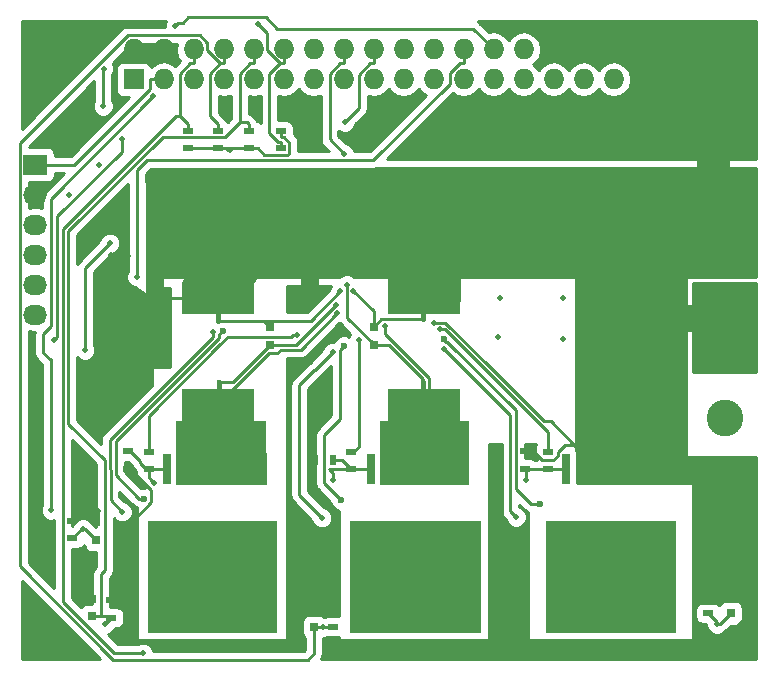
<source format=gbr>
G04 #@! TF.FileFunction,Copper,L2,Bot,Mixed*
%FSLAX46Y46*%
G04 Gerber Fmt 4.6, Leading zero omitted, Abs format (unit mm)*
G04 Created by KiCad (PCBNEW (2015-05-26 BZR 5684)-product) date Wed 21 Oct 2015 04:34:03 PM PDT*
%MOMM*%
G01*
G04 APERTURE LIST*
%ADD10C,0.100000*%
%ADD11C,0.381000*%
%ADD12C,0.508000*%
%ADD13C,3.098800*%
%ADD14R,2.032000X1.727200*%
%ADD15O,2.032000X1.727200*%
%ADD16R,1.727200X1.727200*%
%ADD17O,1.727200X1.727200*%
%ADD18R,10.160000X7.620000*%
%ADD19R,0.700000X2.540000*%
%ADD20R,0.900000X0.500000*%
%ADD21R,6.197600X2.692400*%
%ADD22R,0.500000X0.900000*%
%ADD23C,0.381000*%
%ADD24R,0.750000X0.800000*%
%ADD25C,0.600000*%
%ADD26C,0.228600*%
%ADD27C,0.254000*%
%ADD28C,0.025400*%
G04 APERTURE END LIST*
D10*
D11*
X136779000Y-99822000D02*
X136779000Y-99314000D01*
X136652000Y-93599000D02*
X136652000Y-94107000D01*
X154051000Y-99822000D02*
X154051000Y-99314000D01*
X154051000Y-93472000D02*
X154051000Y-93980000D01*
D12*
X181483000Y-89408000D03*
X180213000Y-89408000D03*
X178943000Y-89408000D03*
X177673000Y-89408000D03*
X176403000Y-89408000D03*
X175133000Y-89408000D03*
X181483000Y-87884000D03*
X180213000Y-87884000D03*
X178943000Y-87884000D03*
X177673000Y-87884000D03*
X176403000Y-87884000D03*
X175133000Y-87884000D03*
X181483000Y-86360000D03*
X180213000Y-86360000D03*
X176403000Y-86360000D03*
X175133000Y-86360000D03*
X181483000Y-84836000D03*
X180213000Y-84836000D03*
X176403000Y-84836000D03*
X175133000Y-84836000D03*
X181483000Y-83312000D03*
X180213000Y-83312000D03*
X178943000Y-83312000D03*
X177673000Y-83312000D03*
X176403000Y-83312000D03*
X175133000Y-83312000D03*
X181483000Y-81788000D03*
X180213000Y-81788000D03*
X178943000Y-81788000D03*
X177673000Y-81788000D03*
X176403000Y-81788000D03*
X175133000Y-81788000D03*
X174498000Y-119253000D03*
X172974000Y-119253000D03*
X171450000Y-119253000D03*
X169926000Y-119253000D03*
X168402000Y-119253000D03*
X166878000Y-119253000D03*
X165354000Y-119253000D03*
X174498000Y-117983000D03*
X172974000Y-117983000D03*
X171450000Y-117983000D03*
X169926000Y-117983000D03*
X168402000Y-117983000D03*
X166878000Y-117983000D03*
X165354000Y-117983000D03*
X174498000Y-116713000D03*
X172974000Y-116713000D03*
X169926000Y-116713000D03*
X166878000Y-116713000D03*
X165354000Y-116713000D03*
X174498000Y-115443000D03*
X172974000Y-115443000D03*
X169926000Y-115443000D03*
X166878000Y-115443000D03*
X165354000Y-115443000D03*
X174498000Y-114173000D03*
X172974000Y-114173000D03*
X171450000Y-114173000D03*
X168402000Y-114173000D03*
X166878000Y-114173000D03*
X165354000Y-114173000D03*
X174498000Y-112903000D03*
X172974000Y-112903000D03*
X171450000Y-112903000D03*
X169926000Y-112903000D03*
X168402000Y-112903000D03*
X166878000Y-112903000D03*
X165354000Y-112903000D03*
X157988000Y-119253000D03*
X156464000Y-119253000D03*
X154940000Y-119253000D03*
X153416000Y-119253000D03*
X151892000Y-119253000D03*
X150368000Y-119253000D03*
X148844000Y-119253000D03*
X157988000Y-117983000D03*
X156464000Y-117983000D03*
X154940000Y-117983000D03*
X153416000Y-117983000D03*
X151892000Y-117983000D03*
X150368000Y-117983000D03*
X148844000Y-117983000D03*
X157988000Y-116713000D03*
X156464000Y-116713000D03*
X150368000Y-116713000D03*
X148844000Y-116713000D03*
X157988000Y-115443000D03*
X156464000Y-115443000D03*
X150368000Y-115443000D03*
X148844000Y-115443000D03*
X157988000Y-114173000D03*
X156464000Y-114173000D03*
X154940000Y-114173000D03*
X151892000Y-114173000D03*
X150368000Y-114173000D03*
X148844000Y-114173000D03*
X157988000Y-112903000D03*
X156464000Y-112903000D03*
X154940000Y-112903000D03*
X153416000Y-112903000D03*
X151892000Y-112903000D03*
X150368000Y-112903000D03*
X148844000Y-112903000D03*
X140716000Y-119253000D03*
X139192000Y-119253000D03*
X137668000Y-119253000D03*
X136144000Y-119253000D03*
X134620000Y-119253000D03*
X133096000Y-119253000D03*
X131572000Y-119253000D03*
X140716000Y-117983000D03*
X139192000Y-117983000D03*
X137668000Y-117983000D03*
X136144000Y-117983000D03*
X134620000Y-117983000D03*
X133096000Y-117983000D03*
X131572000Y-117983000D03*
X140716000Y-116713000D03*
X139192000Y-116713000D03*
X133096000Y-116713000D03*
X131572000Y-116713000D03*
X140716000Y-115443000D03*
X139192000Y-115443000D03*
X133096000Y-115443000D03*
X131572000Y-115443000D03*
X140716000Y-114173000D03*
X139192000Y-114173000D03*
X137668000Y-114173000D03*
X134620000Y-114173000D03*
X133096000Y-114173000D03*
X131572000Y-114173000D03*
X140716000Y-112903000D03*
X139192000Y-112903000D03*
X137668000Y-112903000D03*
X136144000Y-112903000D03*
X134620000Y-112903000D03*
X133096000Y-112903000D03*
X131572000Y-112903000D03*
X143764000Y-81407000D03*
X143764000Y-82296000D03*
X145288000Y-82296000D03*
X145288000Y-81407000D03*
X139954000Y-81407000D03*
X140335000Y-82169000D03*
X140335000Y-83058000D03*
X141351000Y-83058000D03*
X162052000Y-117475000D03*
X123825000Y-78613000D03*
X145288000Y-78486000D03*
X180848000Y-122047000D03*
X162052000Y-119888000D03*
X159893000Y-121666000D03*
X129540000Y-120523000D03*
X143256000Y-116205000D03*
X143256000Y-117094000D03*
X126492000Y-110236000D03*
X126111000Y-109601000D03*
X129286000Y-116332000D03*
X124714000Y-117094000D03*
X153543000Y-75184000D03*
X143764000Y-77851000D03*
X137160000Y-76200000D03*
X139700000Y-76200000D03*
X160401000Y-95504000D03*
X165862000Y-95631000D03*
X165862000Y-92202000D03*
X160528000Y-92202000D03*
X120904000Y-97028000D03*
X121031000Y-104648000D03*
X122301000Y-114935000D03*
X124841000Y-122174000D03*
X120904000Y-117983000D03*
X120904000Y-122174000D03*
X124841000Y-69469000D03*
X122809000Y-69469000D03*
X120523000Y-69469000D03*
X126619000Y-80899000D03*
X124079000Y-83439000D03*
X127635000Y-88519000D03*
X129032000Y-88646000D03*
X131572000Y-92710000D03*
X130175000Y-95504000D03*
X131064000Y-95504000D03*
X153670000Y-86995000D03*
X152781000Y-86995000D03*
X151892000Y-86995000D03*
X151003000Y-86995000D03*
X150114000Y-86995000D03*
X153670000Y-86360000D03*
X152781000Y-86360000D03*
X151892000Y-86360000D03*
X151003000Y-86360000D03*
X150114000Y-86360000D03*
X153670000Y-85725000D03*
X152781000Y-85725000D03*
X151892000Y-85725000D03*
X151003000Y-85725000D03*
X150114000Y-85725000D03*
X153670000Y-85090000D03*
X152781000Y-85090000D03*
X151892000Y-85090000D03*
X151003000Y-85090000D03*
X150114000Y-85090000D03*
X153670000Y-84455000D03*
X152781000Y-84455000D03*
X151892000Y-84455000D03*
X151003000Y-84455000D03*
D13*
X169926000Y-115951000D03*
X153416000Y-116078000D03*
X136017000Y-115951000D03*
X126238000Y-101727000D03*
X179578000Y-102298000D03*
X178181000Y-85407500D03*
D14*
X121209000Y-80873600D03*
D15*
X121209000Y-83413600D03*
X121209000Y-85953600D03*
X121209000Y-88493600D03*
X121209000Y-91033600D03*
X121209000Y-93573600D03*
D16*
X129540000Y-73660000D03*
D17*
X129540000Y-71120000D03*
X132080000Y-73660000D03*
X132080000Y-71120000D03*
X134620000Y-73660000D03*
X134620000Y-71120000D03*
X137160000Y-73660000D03*
X137160000Y-71120000D03*
X139700000Y-73660000D03*
X139700000Y-71120000D03*
X142240000Y-73660000D03*
X142240000Y-71120000D03*
X144780000Y-73660000D03*
X144780000Y-71120000D03*
X147320000Y-73660000D03*
X147320000Y-71120000D03*
X149860000Y-73660000D03*
X149860000Y-71120000D03*
X152400000Y-73660000D03*
X152400000Y-71120000D03*
X154940000Y-73660000D03*
X154940000Y-71120000D03*
X157480000Y-73660000D03*
X157480000Y-71120000D03*
X160020000Y-73660000D03*
X160020000Y-71120000D03*
X162560000Y-73660000D03*
X162560000Y-71120000D03*
X165100000Y-73660000D03*
X165100000Y-71120000D03*
X167640000Y-73660000D03*
X167640000Y-71120000D03*
X170180000Y-73660000D03*
X170180000Y-71120000D03*
X172720000Y-73660000D03*
X172720000Y-71120000D03*
X175260000Y-73660000D03*
X175260000Y-71120000D03*
X177800000Y-73660000D03*
X177800000Y-71120000D03*
D18*
X169926000Y-116205000D03*
D19*
X166116000Y-106680000D03*
X167386000Y-106680000D03*
X168656000Y-106680000D03*
X171196000Y-106680000D03*
X172466000Y-106680000D03*
X173736000Y-106680000D03*
D18*
X153416000Y-116205000D03*
D19*
X149606000Y-106680000D03*
X150876000Y-106680000D03*
X152146000Y-106680000D03*
X154686000Y-106680000D03*
X155956000Y-106680000D03*
X157226000Y-106680000D03*
D18*
X136144000Y-116205000D03*
D19*
X132334000Y-106680000D03*
X133604000Y-106680000D03*
X134874000Y-106680000D03*
X137414000Y-106680000D03*
X138684000Y-106680000D03*
X139954000Y-106680000D03*
D20*
X139319000Y-79502000D03*
X139319000Y-78002000D03*
X127635000Y-119241000D03*
X127635000Y-117741000D03*
X164592000Y-106668000D03*
X164592000Y-105168000D03*
X162662000Y-105117000D03*
X162662000Y-106617000D03*
X136652000Y-79490000D03*
X136652000Y-77990000D03*
X146431000Y-120003000D03*
X146431000Y-118503000D03*
D21*
X136715500Y-92176600D03*
X136715500Y-101219000D03*
D20*
X134112000Y-79490000D03*
X134112000Y-77990000D03*
X178181000Y-118860000D03*
X178181000Y-117360000D03*
X147955000Y-106668000D03*
X147955000Y-105168000D03*
D22*
X144919000Y-105918000D03*
X146419000Y-105918000D03*
D21*
X154114500Y-92176600D03*
X154114500Y-101219000D03*
D20*
X141986000Y-77990000D03*
X141986000Y-79490000D03*
X124333000Y-112510000D03*
X124333000Y-111010000D03*
X130810000Y-106668000D03*
X130810000Y-105168000D03*
X129032000Y-106656000D03*
X129032000Y-105156000D03*
D23*
X136779000Y-99822000D03*
X136779000Y-99314000D03*
X136652000Y-93599000D03*
X136652000Y-94107000D03*
X154051000Y-99822000D03*
X154051000Y-99314000D03*
X154051000Y-93472000D03*
X154051000Y-93980000D03*
D24*
X141097000Y-96127000D03*
X141097000Y-94627000D03*
X149860000Y-96127000D03*
X149860000Y-94627000D03*
X125984000Y-119114000D03*
X125984000Y-117614000D03*
X144830800Y-120028400D03*
X144830800Y-118528400D03*
X180086000Y-118860000D03*
X180086000Y-117360000D03*
X126365000Y-112637000D03*
X126365000Y-111137000D03*
D13*
X134493000Y-85344000D03*
D12*
X150114000Y-84455000D03*
X154998000Y-94262800D03*
X145542000Y-109347000D03*
X137714500Y-79617000D03*
D25*
X155788000Y-95605500D03*
X163983000Y-109607000D03*
X147348000Y-96267800D03*
X147115000Y-109270000D03*
X137069000Y-94950900D03*
X130427844Y-109161455D03*
D12*
X127149000Y-119780000D03*
X145595340Y-120030240D03*
X130305000Y-122226000D03*
X178912000Y-119786000D03*
X140105000Y-68950300D03*
X131203400Y-75106800D03*
X122559800Y-110131100D03*
X125226000Y-111709000D03*
X147589000Y-91026700D03*
X148136000Y-91551900D03*
X146659000Y-92754400D03*
X147043000Y-91595200D03*
X125405000Y-96595800D03*
X127519800Y-87527800D03*
X129818000Y-90390900D03*
X122808591Y-95699055D03*
X128511594Y-78714167D03*
X126948479Y-75920823D03*
X126992826Y-72749590D03*
X133077827Y-69136230D03*
X162768000Y-107590000D03*
X146420000Y-107540000D03*
X131278738Y-107828295D03*
X150835000Y-94526100D03*
X146772000Y-93430800D03*
X155822000Y-96461200D03*
X161938000Y-110731000D03*
X155505000Y-94826300D03*
X146381000Y-96774400D03*
X145452000Y-110765000D03*
X148614000Y-95704900D03*
X136215000Y-95006200D03*
X128564000Y-110274000D03*
X143380000Y-95261400D03*
X147339000Y-79952000D03*
X147413700Y-77296700D03*
D26*
X166818000Y-104588000D02*
X164846000Y-102616000D01*
X164846000Y-102616000D02*
X164242000Y-102616000D01*
X164242000Y-102616000D02*
X159587000Y-97961100D01*
X167386000Y-106680000D02*
X167386000Y-105181000D01*
X167386000Y-105181000D02*
X167311000Y-105107000D01*
X167311000Y-105107000D02*
X167311000Y-105081000D01*
X167311000Y-105081000D02*
X166818000Y-104588000D01*
X159587000Y-97961100D02*
X159698000Y-98071700D01*
X154998000Y-94262800D02*
X155889000Y-94262800D01*
X155889000Y-94262800D02*
X159587000Y-97961100D01*
X154051000Y-92240100D02*
X154114000Y-92176600D01*
X136652000Y-93599000D02*
X136652000Y-92240100D01*
X136652000Y-92240100D02*
X136716000Y-92176600D01*
X162662000Y-105117000D02*
X163340000Y-105117000D01*
X163340000Y-105117000D02*
X164137000Y-105914000D01*
X164137000Y-105914000D02*
X165072000Y-105914000D01*
X165072000Y-105914000D02*
X165474000Y-105512000D01*
X165474000Y-105512000D02*
X165474000Y-105176000D01*
X165474000Y-105176000D02*
X166063000Y-104588000D01*
X166063000Y-104588000D02*
X166818000Y-104588000D01*
X132105400Y-92176600D02*
X131572000Y-92710000D01*
X136715500Y-92176600D02*
X132105400Y-92176600D01*
X126492000Y-111010000D02*
X126365000Y-111137000D01*
X126492000Y-110236000D02*
X126492000Y-111010000D01*
X129232000Y-106656000D02*
X129032000Y-106656000D01*
X131042145Y-108466145D02*
X129232000Y-106656000D01*
X129286000Y-111212465D02*
X131042145Y-109456320D01*
X131042145Y-109456320D02*
X131042145Y-108466145D01*
X129286000Y-116332000D02*
X129286000Y-111212465D01*
X154051000Y-92240100D02*
X154114500Y-92176600D01*
X154051000Y-93472000D02*
X154051000Y-92240100D01*
X145542000Y-109347000D02*
X144919000Y-108724000D01*
X144919000Y-108724000D02*
X144919000Y-105918000D01*
X137394400Y-79490000D02*
X138564600Y-79490000D01*
X138564600Y-79490000D02*
X138576600Y-79502000D01*
X136652000Y-79490000D02*
X137394400Y-79490000D01*
X137714500Y-79617000D02*
X137521400Y-79617000D01*
X137521400Y-79617000D02*
X137394400Y-79490000D01*
X136652000Y-79490000D02*
X134112000Y-79490000D01*
X139319000Y-79502000D02*
X138576600Y-79502000D01*
X139319000Y-79502000D02*
X140061400Y-79502000D01*
X141986000Y-77990000D02*
X141986000Y-78532400D01*
X141986000Y-78532400D02*
X142257200Y-78532400D01*
X142257200Y-78532400D02*
X142728500Y-79003700D01*
X142728500Y-79003700D02*
X142728500Y-79870000D01*
X142728500Y-79870000D02*
X142566000Y-80032500D01*
X142566000Y-80032500D02*
X140591900Y-80032500D01*
X140591900Y-80032500D02*
X140061400Y-79502000D01*
D27*
X155788000Y-95605500D02*
X155788000Y-95694600D01*
X155788000Y-95694600D02*
X155974000Y-95880200D01*
X155974000Y-95880200D02*
X156101000Y-95880200D01*
X156101000Y-95880200D02*
X161885000Y-101664000D01*
X161885000Y-101664000D02*
X161885000Y-108300000D01*
X161885000Y-108300000D02*
X163192000Y-109607000D01*
X163192000Y-109607000D02*
X163983000Y-109607000D01*
X147048000Y-109203000D02*
X147115000Y-109270000D01*
X147348000Y-96267800D02*
X147048000Y-96567800D01*
X147048000Y-96567800D02*
X147048000Y-102380000D01*
X147048000Y-102380000D02*
X145659000Y-103769000D01*
X145659000Y-103769000D02*
X145659000Y-107814000D01*
X145659000Y-107814000D02*
X147048000Y-109203000D01*
X147048000Y-109203000D02*
X147115000Y-109270000D01*
X137069000Y-94950900D02*
X137069000Y-95026100D01*
X137069000Y-94950900D02*
X136769001Y-95250899D01*
X136769000Y-95570800D02*
X128031000Y-104309000D01*
X128031000Y-104309000D02*
X128031000Y-107188875D01*
X136769001Y-95250899D02*
X136769000Y-95570800D01*
X130003580Y-109161455D02*
X130427844Y-109161455D01*
X128031000Y-107188875D02*
X130003580Y-109161455D01*
D26*
X132080000Y-73660000D02*
X130924000Y-73660000D01*
X130924000Y-73660000D02*
X130924000Y-74454700D01*
X130924000Y-74454700D02*
X124505100Y-80873600D01*
X124505100Y-80873600D02*
X121209000Y-80873600D01*
X126772000Y-119114000D02*
X126772000Y-115557900D01*
X126772000Y-115557900D02*
X127098200Y-115231700D01*
X127098200Y-115231700D02*
X127098200Y-105909500D01*
X127098200Y-105909500D02*
X123997300Y-102808600D01*
X123997300Y-102808600D02*
X123997300Y-86525500D01*
X123997300Y-86525500D02*
X131990400Y-78532400D01*
X131990400Y-78532400D02*
X137288900Y-78532400D01*
X137288900Y-78532400D02*
X138541100Y-77280200D01*
X126772000Y-119114000D02*
X127508000Y-119114000D01*
X127508000Y-119114000D02*
X127635000Y-119241000D01*
X125984000Y-119114000D02*
X126772000Y-119114000D01*
X139700000Y-72276000D02*
X139430500Y-72276000D01*
X139430500Y-72276000D02*
X138541100Y-73165400D01*
X138541100Y-73165400D02*
X138541100Y-77280200D01*
X139319000Y-77459600D02*
X139139600Y-77280200D01*
X139139600Y-77280200D02*
X138541100Y-77280200D01*
X139700000Y-71120000D02*
X139700000Y-72276000D01*
X139319000Y-78002000D02*
X139319000Y-77459600D01*
X127635000Y-119241000D02*
X127635000Y-119294000D01*
X127635000Y-119294000D02*
X127149000Y-119780000D01*
X136890500Y-72276000D02*
X135985200Y-73181300D01*
X135985200Y-73181300D02*
X135985200Y-76780800D01*
X135985200Y-76780800D02*
X136652000Y-77447600D01*
X137160000Y-72276000D02*
X136890500Y-72276000D01*
X137160000Y-71120000D02*
X137160000Y-72276000D01*
X136652000Y-77990000D02*
X136652000Y-77447600D01*
X144832640Y-120030240D02*
X144830800Y-120028400D01*
X145595340Y-120030240D02*
X144832640Y-120030240D01*
X135776100Y-70568500D02*
X135776100Y-71161600D01*
X129031800Y-69938300D02*
X135145900Y-69938300D01*
X135776100Y-71161600D02*
X136890500Y-72276000D01*
X135145900Y-69938300D02*
X135776100Y-70568500D01*
X119900500Y-79069600D02*
X129031800Y-69938300D01*
X119900500Y-114877000D02*
X119900500Y-79069600D01*
X127801000Y-122777500D02*
X119900500Y-114877000D01*
X144308945Y-122777500D02*
X127801000Y-122777500D01*
X144830800Y-122255645D02*
X144308945Y-122777500D01*
X144830800Y-120028400D02*
X144830800Y-122255645D01*
X146403760Y-120030240D02*
X146431000Y-120003000D01*
X145595340Y-120030240D02*
X146403760Y-120030240D01*
X133445200Y-76780800D02*
X133108300Y-76780800D01*
X133108300Y-76780800D02*
X123570500Y-86318600D01*
X123570500Y-86318600D02*
X123570500Y-117903700D01*
X123570500Y-117903700D02*
X127892800Y-122226000D01*
X127892800Y-122226000D02*
X130305000Y-122226000D01*
X133445200Y-76780800D02*
X133445200Y-73181300D01*
X133445200Y-73181300D02*
X134350500Y-72276000D01*
X134350500Y-72276000D02*
X134620000Y-72276000D01*
X134112000Y-77447600D02*
X133445200Y-76780800D01*
X134620000Y-71120000D02*
X134620000Y-72276000D01*
X134112000Y-77990000D02*
X134112000Y-77447600D01*
X178912000Y-119786000D02*
X178912000Y-119591000D01*
X178912000Y-119591000D02*
X178181000Y-118860000D01*
X178912000Y-119786000D02*
X179160000Y-119786000D01*
X179160000Y-119786000D02*
X180086000Y-118860000D01*
X141970500Y-72276000D02*
X142240000Y-72276000D01*
X141986000Y-78947600D02*
X141774300Y-78947600D01*
X141774300Y-78947600D02*
X141033500Y-78206800D01*
X141033500Y-78206800D02*
X141033500Y-73213000D01*
X141033500Y-73213000D02*
X141970500Y-72276000D01*
X140105000Y-68950300D02*
X140856100Y-69701400D01*
X140856100Y-69701400D02*
X140856100Y-71161600D01*
X140856100Y-71161600D02*
X141970500Y-72276000D01*
X122559800Y-83750400D02*
X131203400Y-75106800D01*
X125226000Y-111709000D02*
X125134000Y-111709000D01*
X125134000Y-111709000D02*
X124333000Y-112510000D01*
X142240000Y-71120000D02*
X142240000Y-72276000D01*
X141986000Y-79490000D02*
X141986000Y-78947600D01*
X125226000Y-111709000D02*
X125437000Y-111709000D01*
X125437000Y-111709000D02*
X126365000Y-112637000D01*
X122559800Y-97365677D02*
X122431472Y-97365677D01*
X122559800Y-110131100D02*
X122559800Y-97365677D01*
X122431472Y-97365677D02*
X121871876Y-96806081D01*
X121871876Y-95219127D02*
X122559800Y-94531203D01*
X121871876Y-96806081D02*
X121871876Y-95219127D01*
X122559800Y-94531203D02*
X122559800Y-83750400D01*
X154051000Y-99314000D02*
X154051000Y-99044600D01*
X154051000Y-99044600D02*
X151133000Y-96127000D01*
X151133000Y-96127000D02*
X149860000Y-96127000D01*
X149860000Y-96127000D02*
X149860000Y-96102000D01*
X149860000Y-96102000D02*
X147589000Y-93831400D01*
X147589000Y-93831400D02*
X147589000Y-91026700D01*
X154051000Y-93980000D02*
X150482000Y-93980000D01*
X150482000Y-93980000D02*
X149860000Y-94602000D01*
X149860000Y-94602000D02*
X149860000Y-94627000D01*
X149860000Y-94627000D02*
X149860000Y-93276300D01*
X149860000Y-93276300D02*
X148136000Y-91551900D01*
X136779000Y-99314000D02*
X137935000Y-99314000D01*
X137935000Y-99314000D02*
X141097000Y-96152000D01*
X141097000Y-96152000D02*
X141097000Y-96127000D01*
X141097000Y-96127000D02*
X143286000Y-96127000D01*
X143286000Y-96127000D02*
X146659000Y-92754400D01*
X140577000Y-94107000D02*
X141097000Y-94627000D01*
X136652000Y-94107000D02*
X140577000Y-94107000D01*
X140577000Y-94107000D02*
X144532000Y-94107000D01*
X144532000Y-94107000D02*
X147043000Y-91595200D01*
X136652000Y-94107000D02*
X140577000Y-94107000D01*
X127519800Y-87527800D02*
X125405000Y-89642600D01*
X125405000Y-89642600D02*
X125405000Y-96595800D01*
X157480000Y-71120000D02*
X157480000Y-72276000D01*
X157480000Y-72276000D02*
X157190900Y-72276000D01*
X157190900Y-72276000D02*
X156324000Y-73142900D01*
X156324000Y-73142900D02*
X156324000Y-74009800D01*
X156324000Y-74009800D02*
X149835400Y-80498400D01*
X149835400Y-80498400D02*
X130659200Y-80498400D01*
X130659200Y-80498400D02*
X129818000Y-81339600D01*
X129818000Y-81339600D02*
X129818000Y-90390900D01*
X123062590Y-85263640D02*
X128511594Y-79814636D01*
X123062590Y-95445056D02*
X123062590Y-85263640D01*
X128511594Y-79814636D02*
X128511594Y-78714167D01*
X122808591Y-95699055D02*
X123062590Y-95445056D01*
X126948479Y-72793937D02*
X126992826Y-72749590D01*
X126948479Y-75920823D02*
X126948479Y-72793937D01*
X133331826Y-68882231D02*
X133687321Y-68882231D01*
X133077827Y-69136230D02*
X133331826Y-68882231D01*
X134165353Y-68404199D02*
X140713957Y-68404199D01*
X133687321Y-68882231D02*
X134165353Y-68404199D01*
X140713957Y-68404199D02*
X141689543Y-69379785D01*
X158279785Y-69379785D02*
X160020000Y-71120000D01*
X141689543Y-69379785D02*
X158279785Y-69379785D01*
X162768000Y-107590000D02*
X162768000Y-106724000D01*
X162768000Y-106724000D02*
X162662000Y-106617000D01*
X162662000Y-106617000D02*
X164541000Y-106617000D01*
X164541000Y-106617000D02*
X164592000Y-106668000D01*
X164592000Y-106668000D02*
X166104000Y-106668000D01*
X166104000Y-106668000D02*
X166116000Y-106680000D01*
X147955000Y-106668000D02*
X149594000Y-106668000D01*
X149594000Y-106668000D02*
X149606000Y-106680000D01*
X146420000Y-107540000D02*
X146420000Y-106987000D01*
X146420000Y-106987000D02*
X146101000Y-106668000D01*
X146101000Y-106668000D02*
X147955000Y-106668000D01*
X146419000Y-105918000D02*
X147205000Y-105918000D01*
X147205000Y-105918000D02*
X147955000Y-106668000D01*
X130810000Y-106668000D02*
X132322000Y-106668000D01*
X132322000Y-106668000D02*
X132334000Y-106680000D01*
X130798000Y-106656000D02*
X130810000Y-106668000D01*
X129232000Y-105156000D02*
X130084909Y-106008909D01*
X129032000Y-105156000D02*
X129232000Y-105156000D01*
X130610000Y-106668000D02*
X130810000Y-106668000D01*
X130084909Y-106142909D02*
X130610000Y-106668000D01*
X130084909Y-106008909D02*
X130084909Y-106142909D01*
X130810000Y-107359557D02*
X131024739Y-107574296D01*
X130810000Y-106668000D02*
X130810000Y-107359557D01*
X131024739Y-107574296D02*
X131278738Y-107828295D01*
X154324000Y-101009500D02*
X154114000Y-101219000D01*
X150835000Y-94526100D02*
X150835000Y-95254300D01*
X150835000Y-95254300D02*
X154534000Y-98952400D01*
X154534000Y-98952400D02*
X154534000Y-100800000D01*
X154534000Y-100800000D02*
X154324000Y-101009500D01*
X154324000Y-101009500D02*
X154114500Y-101219000D01*
X150876000Y-105760000D02*
X150876000Y-106680000D01*
X154051000Y-99822000D02*
X154051000Y-101156000D01*
X154051000Y-101156000D02*
X154114000Y-101219000D01*
X154686000Y-106680000D02*
X154686000Y-101790000D01*
X154686000Y-101790000D02*
X154114000Y-101219000D01*
X136747500Y-101187500D02*
X136747000Y-101187500D01*
X136747000Y-101187500D02*
X136715500Y-101219000D01*
X136747500Y-101187500D02*
X136716000Y-101219000D01*
X136779000Y-101156000D02*
X136747500Y-101187500D01*
X136747500Y-101187500D02*
X136716000Y-101219000D01*
X136779000Y-101156000D02*
X136747500Y-101187500D01*
X137262000Y-100673000D02*
X136779000Y-101156000D01*
X136779000Y-99822000D02*
X136779000Y-101156000D01*
X133604000Y-105760000D02*
X133604000Y-106680000D01*
X136779000Y-101156000D02*
X136842000Y-101219000D01*
X146772000Y-93430800D02*
X143669000Y-96533400D01*
X143669000Y-96533400D02*
X141994000Y-96533400D01*
X141994000Y-96533400D02*
X141709000Y-96819100D01*
X141709000Y-96819100D02*
X141005000Y-96819100D01*
X141005000Y-96819100D02*
X136716000Y-101108000D01*
X136716000Y-101108000D02*
X136716000Y-101219000D01*
X137414000Y-106680000D02*
X137414000Y-101918000D01*
X137414000Y-101918000D02*
X136716000Y-101219000D01*
X161919000Y-110712000D02*
X161938000Y-110731000D01*
X155822000Y-96461200D02*
X161443000Y-102082000D01*
X161443000Y-102082000D02*
X161443000Y-110236000D01*
X161443000Y-110236000D02*
X161919000Y-110712000D01*
X161919000Y-110712000D02*
X161938000Y-110731000D01*
X155505000Y-94826300D02*
X155878000Y-94826300D01*
X155878000Y-94826300D02*
X164592000Y-103541000D01*
X164592000Y-103541000D02*
X164592000Y-105168000D01*
X145359000Y-110672000D02*
X145452000Y-110765000D01*
X146381000Y-96774400D02*
X144882000Y-98272900D01*
X144882000Y-98272900D02*
X144833000Y-98272900D01*
X144833000Y-98272900D02*
X144377000Y-98729000D01*
X144377000Y-98729000D02*
X143544000Y-99561300D01*
X143544000Y-99561300D02*
X143544000Y-108858000D01*
X143544000Y-108858000D02*
X145452000Y-110765000D01*
X147955000Y-105168000D02*
X147755000Y-105168000D01*
X148614000Y-95704900D02*
X148614000Y-104509000D01*
X148614000Y-104509000D02*
X148634000Y-104529000D01*
X148634000Y-104529000D02*
X148634000Y-104689000D01*
X148634000Y-104689000D02*
X148155000Y-105168000D01*
X148155000Y-105168000D02*
X147955000Y-105168000D01*
X136215000Y-95006200D02*
X136215000Y-95500600D01*
X136215000Y-95500600D02*
X127505000Y-104210000D01*
X127505000Y-104210000D02*
X127505000Y-106651000D01*
X127505000Y-106651000D02*
X127589000Y-106735000D01*
X127589000Y-106735000D02*
X127589000Y-109299000D01*
X127589000Y-109299000D02*
X128564000Y-110274000D01*
X130610000Y-105168000D02*
X130810000Y-105168000D01*
X143380000Y-95261400D02*
X143020790Y-95261400D01*
X130810000Y-102154048D02*
X130810000Y-104689400D01*
X130810000Y-104689400D02*
X130810000Y-105168000D01*
X136868046Y-96095864D02*
X130810000Y-102154048D01*
X143020790Y-95261400D02*
X142847290Y-95434900D01*
X142847290Y-95434900D02*
X137529000Y-95434900D01*
X137529000Y-95434900D02*
X136868046Y-96095864D01*
X147339000Y-79952000D02*
X146129400Y-78742400D01*
X146129400Y-78742400D02*
X146129400Y-73197100D01*
X146129400Y-73197100D02*
X147050500Y-72276000D01*
X147050500Y-72276000D02*
X147320000Y-72276000D01*
X147320000Y-71120000D02*
X147320000Y-72276000D01*
X149860000Y-71120000D02*
X149860000Y-72276000D01*
X147413700Y-77296700D02*
X148590000Y-76120400D01*
X148590000Y-76120400D02*
X148590000Y-73276500D01*
X148590000Y-73276500D02*
X149590500Y-72276000D01*
X149590500Y-72276000D02*
X149860000Y-72276000D01*
D28*
G36*
X157848300Y-107937300D02*
X150380700Y-107937300D01*
X150380700Y-102577900D01*
X157848300Y-102577900D01*
X157848300Y-107937300D01*
X157848300Y-107937300D01*
G37*
X157848300Y-107937300D02*
X150380700Y-107937300D01*
X150380700Y-102577900D01*
X157848300Y-102577900D01*
X157848300Y-107937300D01*
G36*
X140703239Y-107937300D02*
X133108640Y-107937300D01*
X133083360Y-102577900D01*
X140677959Y-102577900D01*
X140703239Y-107937300D01*
X140703239Y-107937300D01*
G37*
X140703239Y-107937300D02*
X133108640Y-107937300D01*
X133083360Y-102577900D01*
X140677959Y-102577900D01*
X140703239Y-107937300D01*
G36*
X141617700Y-120484900D02*
X130721100Y-120484900D01*
X130721100Y-111010700D01*
X141617700Y-111010700D01*
X141617700Y-120484900D01*
X141617700Y-120484900D01*
G37*
X141617700Y-120484900D02*
X130721100Y-120484900D01*
X130721100Y-111010700D01*
X141617700Y-111010700D01*
X141617700Y-120484900D01*
G36*
X158889631Y-120484900D02*
X147840700Y-120484900D01*
X147840700Y-111010700D01*
X158838967Y-111010700D01*
X158889631Y-120484900D01*
X158889631Y-120484900D01*
G37*
X158889631Y-120484900D02*
X147840700Y-120484900D01*
X147840700Y-111010700D01*
X158838967Y-111010700D01*
X158889631Y-120484900D01*
G36*
X175348900Y-120484900D02*
X164452300Y-120484900D01*
X164452300Y-111010700D01*
X175348900Y-111010700D01*
X175348900Y-120484900D01*
X175348900Y-120484900D01*
G37*
X175348900Y-120484900D02*
X164452300Y-120484900D01*
X164452300Y-111010700D01*
X175348900Y-111010700D01*
X175348900Y-120484900D01*
D27*
G36*
X126722830Y-122759000D02*
X120065000Y-122759000D01*
X120065000Y-116101170D01*
X126722830Y-122759000D01*
X126722830Y-122759000D01*
G37*
X126722830Y-122759000D02*
X120065000Y-122759000D01*
X120065000Y-116101170D01*
X126722830Y-122759000D01*
G36*
X143808659Y-97254920D02*
X143955700Y-97225682D01*
X143955721Y-97225668D01*
X143955745Y-97225663D01*
X144076088Y-97145252D01*
X144198801Y-97063269D01*
X146942475Y-94319949D01*
X146948057Y-94319954D01*
X147013511Y-94292909D01*
X147059165Y-94361235D01*
X147059193Y-94361254D01*
X147059212Y-94361282D01*
X147879777Y-95181702D01*
X147860782Y-95200664D01*
X147765985Y-95428959D01*
X147534799Y-95332962D01*
X147162833Y-95332638D01*
X146819057Y-95474683D01*
X146555808Y-95737473D01*
X146494342Y-95885498D01*
X146204943Y-95885246D01*
X145878080Y-96020303D01*
X145627782Y-96270164D01*
X145492154Y-96596791D01*
X145492148Y-96603462D01*
X144450947Y-97644316D01*
X144425062Y-97661616D01*
X144303165Y-97743065D01*
X144303142Y-97743100D01*
X144303107Y-97743123D01*
X143847388Y-98198942D01*
X143014388Y-99031242D01*
X143014299Y-99031376D01*
X143014165Y-99031465D01*
X142933000Y-99152937D01*
X142851857Y-99274265D01*
X142851826Y-99274422D01*
X142851737Y-99274555D01*
X142823357Y-99417233D01*
X142794700Y-99560985D01*
X142794731Y-99561143D01*
X142794700Y-99561300D01*
X142794700Y-108858000D01*
X142794719Y-108858098D01*
X142794700Y-108858196D01*
X142823252Y-109001542D01*
X142851737Y-109144745D01*
X142851792Y-109144828D01*
X142851812Y-109144926D01*
X142932897Y-109266209D01*
X143014165Y-109387835D01*
X143014248Y-109387891D01*
X143014304Y-109387974D01*
X144562851Y-110935710D01*
X144562846Y-110941057D01*
X144697903Y-111267920D01*
X144947764Y-111518218D01*
X145274391Y-111653846D01*
X145628057Y-111654154D01*
X145954920Y-111519097D01*
X146205218Y-111269236D01*
X146340846Y-110942609D01*
X146341154Y-110588943D01*
X146206097Y-110262080D01*
X145956236Y-110011782D01*
X145629609Y-109876154D01*
X145622630Y-109876148D01*
X144293300Y-108547515D01*
X144293300Y-99871855D01*
X144906612Y-99259058D01*
X144906725Y-99258889D01*
X144906893Y-99258777D01*
X145264230Y-98901362D01*
X145290827Y-98883590D01*
X145411747Y-98802823D01*
X146286000Y-97928862D01*
X146286000Y-102064369D01*
X145120185Y-103230185D01*
X144955004Y-103477395D01*
X144897000Y-103769000D01*
X144897000Y-107814000D01*
X144955004Y-108105605D01*
X145103807Y-108328304D01*
X145120185Y-108352815D01*
X146179875Y-109412506D01*
X146179838Y-109455167D01*
X146321883Y-109798943D01*
X146584673Y-110062192D01*
X146928201Y-110204838D01*
X146939000Y-110204847D01*
X146939000Y-119117191D01*
X146881000Y-119105560D01*
X145981000Y-119105560D01*
X145780388Y-119144483D01*
X145772949Y-119141394D01*
X145618751Y-119141260D01*
X145455440Y-119031023D01*
X145205800Y-118980960D01*
X144455800Y-118980960D01*
X144213677Y-119027937D01*
X144000873Y-119167727D01*
X143858423Y-119378760D01*
X143808360Y-119628400D01*
X143808360Y-120428400D01*
X143855337Y-120670523D01*
X143995127Y-120883327D01*
X144081500Y-120941630D01*
X144081500Y-121945275D01*
X143998575Y-122028200D01*
X131185170Y-122028200D01*
X131059097Y-121723080D01*
X130809236Y-121472782D01*
X130482609Y-121337154D01*
X130128943Y-121336846D01*
X129802080Y-121471903D01*
X129797275Y-121476700D01*
X128203170Y-121476700D01*
X127374991Y-120648521D01*
X127651920Y-120534097D01*
X127902218Y-120284236D01*
X127962758Y-120138440D01*
X128085000Y-120138440D01*
X128327123Y-120091463D01*
X128539927Y-119951673D01*
X128682377Y-119740640D01*
X128732440Y-119491000D01*
X128732440Y-118991000D01*
X128685463Y-118748877D01*
X128545673Y-118536073D01*
X128334640Y-118393623D01*
X128085000Y-118343560D01*
X127521300Y-118343560D01*
X127521300Y-115868270D01*
X127628035Y-115761535D01*
X127790463Y-115518445D01*
X127847500Y-115231700D01*
X127847500Y-110814583D01*
X128059764Y-111027218D01*
X128386391Y-111162846D01*
X128740057Y-111163154D01*
X129066920Y-111028097D01*
X129317218Y-110778236D01*
X129452846Y-110451609D01*
X129453154Y-110097943D01*
X129318097Y-109771080D01*
X129068236Y-109520782D01*
X128741609Y-109385154D01*
X128734818Y-109385148D01*
X128338300Y-108988630D01*
X128338300Y-108573805D01*
X129464764Y-109700270D01*
X129657175Y-109828835D01*
X129711975Y-109865451D01*
X129794000Y-109881767D01*
X129794000Y-121031000D01*
X129803667Y-121079601D01*
X129831197Y-121120803D01*
X129872399Y-121148333D01*
X129921000Y-121158000D01*
X142367000Y-121158000D01*
X142415601Y-121148333D01*
X142456803Y-121120803D01*
X142484333Y-121079601D01*
X142494000Y-121031000D01*
X142494000Y-97282700D01*
X143669000Y-97282700D01*
X143808659Y-97254920D01*
X143808659Y-97254920D01*
G37*
X143808659Y-97254920D02*
X143955700Y-97225682D01*
X143955721Y-97225668D01*
X143955745Y-97225663D01*
X144076088Y-97145252D01*
X144198801Y-97063269D01*
X146942475Y-94319949D01*
X146948057Y-94319954D01*
X147013511Y-94292909D01*
X147059165Y-94361235D01*
X147059193Y-94361254D01*
X147059212Y-94361282D01*
X147879777Y-95181702D01*
X147860782Y-95200664D01*
X147765985Y-95428959D01*
X147534799Y-95332962D01*
X147162833Y-95332638D01*
X146819057Y-95474683D01*
X146555808Y-95737473D01*
X146494342Y-95885498D01*
X146204943Y-95885246D01*
X145878080Y-96020303D01*
X145627782Y-96270164D01*
X145492154Y-96596791D01*
X145492148Y-96603462D01*
X144450947Y-97644316D01*
X144425062Y-97661616D01*
X144303165Y-97743065D01*
X144303142Y-97743100D01*
X144303107Y-97743123D01*
X143847388Y-98198942D01*
X143014388Y-99031242D01*
X143014299Y-99031376D01*
X143014165Y-99031465D01*
X142933000Y-99152937D01*
X142851857Y-99274265D01*
X142851826Y-99274422D01*
X142851737Y-99274555D01*
X142823357Y-99417233D01*
X142794700Y-99560985D01*
X142794731Y-99561143D01*
X142794700Y-99561300D01*
X142794700Y-108858000D01*
X142794719Y-108858098D01*
X142794700Y-108858196D01*
X142823252Y-109001542D01*
X142851737Y-109144745D01*
X142851792Y-109144828D01*
X142851812Y-109144926D01*
X142932897Y-109266209D01*
X143014165Y-109387835D01*
X143014248Y-109387891D01*
X143014304Y-109387974D01*
X144562851Y-110935710D01*
X144562846Y-110941057D01*
X144697903Y-111267920D01*
X144947764Y-111518218D01*
X145274391Y-111653846D01*
X145628057Y-111654154D01*
X145954920Y-111519097D01*
X146205218Y-111269236D01*
X146340846Y-110942609D01*
X146341154Y-110588943D01*
X146206097Y-110262080D01*
X145956236Y-110011782D01*
X145629609Y-109876154D01*
X145622630Y-109876148D01*
X144293300Y-108547515D01*
X144293300Y-99871855D01*
X144906612Y-99259058D01*
X144906725Y-99258889D01*
X144906893Y-99258777D01*
X145264230Y-98901362D01*
X145290827Y-98883590D01*
X145411747Y-98802823D01*
X146286000Y-97928862D01*
X146286000Y-102064369D01*
X145120185Y-103230185D01*
X144955004Y-103477395D01*
X144897000Y-103769000D01*
X144897000Y-107814000D01*
X144955004Y-108105605D01*
X145103807Y-108328304D01*
X145120185Y-108352815D01*
X146179875Y-109412506D01*
X146179838Y-109455167D01*
X146321883Y-109798943D01*
X146584673Y-110062192D01*
X146928201Y-110204838D01*
X146939000Y-110204847D01*
X146939000Y-119117191D01*
X146881000Y-119105560D01*
X145981000Y-119105560D01*
X145780388Y-119144483D01*
X145772949Y-119141394D01*
X145618751Y-119141260D01*
X145455440Y-119031023D01*
X145205800Y-118980960D01*
X144455800Y-118980960D01*
X144213677Y-119027937D01*
X144000873Y-119167727D01*
X143858423Y-119378760D01*
X143808360Y-119628400D01*
X143808360Y-120428400D01*
X143855337Y-120670523D01*
X143995127Y-120883327D01*
X144081500Y-120941630D01*
X144081500Y-121945275D01*
X143998575Y-122028200D01*
X131185170Y-122028200D01*
X131059097Y-121723080D01*
X130809236Y-121472782D01*
X130482609Y-121337154D01*
X130128943Y-121336846D01*
X129802080Y-121471903D01*
X129797275Y-121476700D01*
X128203170Y-121476700D01*
X127374991Y-120648521D01*
X127651920Y-120534097D01*
X127902218Y-120284236D01*
X127962758Y-120138440D01*
X128085000Y-120138440D01*
X128327123Y-120091463D01*
X128539927Y-119951673D01*
X128682377Y-119740640D01*
X128732440Y-119491000D01*
X128732440Y-118991000D01*
X128685463Y-118748877D01*
X128545673Y-118536073D01*
X128334640Y-118393623D01*
X128085000Y-118343560D01*
X127521300Y-118343560D01*
X127521300Y-115868270D01*
X127628035Y-115761535D01*
X127790463Y-115518445D01*
X127847500Y-115231700D01*
X127847500Y-110814583D01*
X128059764Y-111027218D01*
X128386391Y-111162846D01*
X128740057Y-111163154D01*
X129066920Y-111028097D01*
X129317218Y-110778236D01*
X129452846Y-110451609D01*
X129453154Y-110097943D01*
X129318097Y-109771080D01*
X129068236Y-109520782D01*
X128741609Y-109385154D01*
X128734818Y-109385148D01*
X128338300Y-108988630D01*
X128338300Y-108573805D01*
X129464764Y-109700270D01*
X129657175Y-109828835D01*
X129711975Y-109865451D01*
X129794000Y-109881767D01*
X129794000Y-121031000D01*
X129803667Y-121079601D01*
X129831197Y-121120803D01*
X129872399Y-121148333D01*
X129921000Y-121158000D01*
X142367000Y-121158000D01*
X142415601Y-121148333D01*
X142456803Y-121120803D01*
X142484333Y-121079601D01*
X142494000Y-121031000D01*
X142494000Y-97282700D01*
X143669000Y-97282700D01*
X143808659Y-97254920D01*
G36*
X125389537Y-113279123D02*
X125529327Y-113491927D01*
X125740360Y-113634377D01*
X125990000Y-113684440D01*
X126348900Y-113684440D01*
X126348900Y-114921330D01*
X126242165Y-115028065D01*
X126079737Y-115271155D01*
X126022700Y-115557900D01*
X126022700Y-118066560D01*
X125609000Y-118066560D01*
X125366877Y-118113537D01*
X125154073Y-118253327D01*
X125083842Y-118357372D01*
X124319800Y-117593330D01*
X124319800Y-113407440D01*
X124783000Y-113407440D01*
X125025123Y-113360463D01*
X125237927Y-113220673D01*
X125346880Y-113059265D01*
X125389537Y-113279123D01*
X125389537Y-113279123D01*
G37*
X125389537Y-113279123D02*
X125529327Y-113491927D01*
X125740360Y-113634377D01*
X125990000Y-113684440D01*
X126348900Y-113684440D01*
X126348900Y-114921330D01*
X126242165Y-115028065D01*
X126079737Y-115271155D01*
X126022700Y-115557900D01*
X126022700Y-118066560D01*
X125609000Y-118066560D01*
X125366877Y-118113537D01*
X125154073Y-118253327D01*
X125083842Y-118357372D01*
X124319800Y-117593330D01*
X124319800Y-113407440D01*
X124783000Y-113407440D01*
X125025123Y-113360463D01*
X125237927Y-113220673D01*
X125346880Y-113059265D01*
X125389537Y-113279123D01*
G36*
X121024255Y-95072200D02*
X121151802Y-95072200D01*
X121122576Y-95219127D01*
X121122576Y-96806081D01*
X121179613Y-97092826D01*
X121342041Y-97335916D01*
X121810500Y-97804375D01*
X121810500Y-109622953D01*
X121806582Y-109626864D01*
X121670954Y-109953491D01*
X121670646Y-110307157D01*
X121805703Y-110634020D01*
X122055564Y-110884318D01*
X122382191Y-111019946D01*
X122735857Y-111020254D01*
X122821200Y-110984991D01*
X122821200Y-116738030D01*
X120649800Y-114566630D01*
X120649800Y-94997716D01*
X121024255Y-95072200D01*
X121024255Y-95072200D01*
G37*
X121024255Y-95072200D02*
X121151802Y-95072200D01*
X121122576Y-95219127D01*
X121122576Y-96806081D01*
X121179613Y-97092826D01*
X121342041Y-97335916D01*
X121810500Y-97804375D01*
X121810500Y-109622953D01*
X121806582Y-109626864D01*
X121670954Y-109953491D01*
X121670646Y-110307157D01*
X121805703Y-110634020D01*
X122055564Y-110884318D01*
X122382191Y-111019946D01*
X122735857Y-111020254D01*
X122821200Y-110984991D01*
X122821200Y-116738030D01*
X120649800Y-114566630D01*
X120649800Y-94997716D01*
X121024255Y-95072200D01*
G36*
X126348900Y-106219870D02*
X126348900Y-111561230D01*
X125966835Y-111179165D01*
X125925974Y-111151863D01*
X125730236Y-110955782D01*
X125403609Y-110820154D01*
X125049943Y-110819846D01*
X124723080Y-110954903D01*
X124472782Y-111204764D01*
X124397665Y-111385665D01*
X124319800Y-111463530D01*
X124319800Y-104190770D01*
X126348900Y-106219870D01*
X126348900Y-106219870D01*
G37*
X126348900Y-106219870D02*
X126348900Y-111561230D01*
X125966835Y-111179165D01*
X125925974Y-111151863D01*
X125730236Y-110955782D01*
X125403609Y-110820154D01*
X125049943Y-110819846D01*
X124723080Y-110954903D01*
X124472782Y-111204764D01*
X124397665Y-111385665D01*
X124319800Y-111463530D01*
X124319800Y-104190770D01*
X126348900Y-106219870D01*
G36*
X129379402Y-106363072D02*
X129392646Y-106429654D01*
X129555074Y-106672744D01*
X129712560Y-106830230D01*
X129712560Y-106918000D01*
X129759537Y-107160123D01*
X129899327Y-107372927D01*
X130088800Y-107500823D01*
X130117737Y-107646302D01*
X130280165Y-107889392D01*
X130389589Y-107998816D01*
X130389584Y-108004352D01*
X130481374Y-108226501D01*
X130242677Y-108226293D01*
X130174301Y-108254545D01*
X128793000Y-106873245D01*
X128793000Y-106053440D01*
X129069770Y-106053440D01*
X129379402Y-106363072D01*
X129379402Y-106363072D01*
G37*
X129379402Y-106363072D02*
X129392646Y-106429654D01*
X129555074Y-106672744D01*
X129712560Y-106830230D01*
X129712560Y-106918000D01*
X129759537Y-107160123D01*
X129899327Y-107372927D01*
X130088800Y-107500823D01*
X130117737Y-107646302D01*
X130280165Y-107889392D01*
X130389589Y-107998816D01*
X130389584Y-108004352D01*
X130481374Y-108226501D01*
X130242677Y-108226293D01*
X130174301Y-108254545D01*
X128793000Y-106873245D01*
X128793000Y-106053440D01*
X129069770Y-106053440D01*
X129379402Y-106363072D01*
G36*
X163544623Y-104668360D02*
X163494560Y-104918000D01*
X163494560Y-105418000D01*
X163541537Y-105660123D01*
X163677893Y-105867700D01*
X163506936Y-105867700D01*
X163361640Y-105769623D01*
X163112000Y-105719560D01*
X162647000Y-105719560D01*
X162647000Y-104521000D01*
X163644093Y-104521000D01*
X163544623Y-104668360D01*
X163544623Y-104668360D01*
G37*
X163544623Y-104668360D02*
X163494560Y-104918000D01*
X163494560Y-105418000D01*
X163541537Y-105660123D01*
X163677893Y-105867700D01*
X163506936Y-105867700D01*
X163361640Y-105769623D01*
X163112000Y-105719560D01*
X162647000Y-105719560D01*
X162647000Y-104521000D01*
X163644093Y-104521000D01*
X163544623Y-104668360D01*
G36*
X122029965Y-83220565D02*
X121867537Y-83463655D01*
X121810500Y-83750400D01*
X121810500Y-84537898D01*
X121393745Y-84455000D01*
X121024255Y-84455000D01*
X120649800Y-84529484D01*
X120649800Y-82384640D01*
X122225000Y-82384640D01*
X122467123Y-82337663D01*
X122679927Y-82197873D01*
X122822377Y-81986840D01*
X122872440Y-81737200D01*
X122872440Y-81622900D01*
X123627630Y-81622900D01*
X122029965Y-83220565D01*
X122029965Y-83220565D01*
G37*
X122029965Y-83220565D02*
X121867537Y-83463655D01*
X121810500Y-83750400D01*
X121810500Y-84537898D01*
X121393745Y-84455000D01*
X121024255Y-84455000D01*
X120649800Y-84529484D01*
X120649800Y-82384640D01*
X122225000Y-82384640D01*
X122467123Y-82337663D01*
X122679927Y-82197873D01*
X122822377Y-81986840D01*
X122872440Y-81737200D01*
X122872440Y-81622900D01*
X123627630Y-81622900D01*
X122029965Y-83220565D01*
G36*
X133121400Y-71090641D02*
X133121400Y-71149359D01*
X133235474Y-71722848D01*
X133479208Y-72087622D01*
X133053462Y-72513368D01*
X132653489Y-72246115D01*
X132080000Y-72132041D01*
X131506511Y-72246115D01*
X131020330Y-72570971D01*
X131010234Y-72586081D01*
X131004063Y-72554277D01*
X130864273Y-72341473D01*
X130653240Y-72199023D01*
X130403600Y-72148960D01*
X128676400Y-72148960D01*
X128434277Y-72195937D01*
X128221473Y-72335727D01*
X128079023Y-72546760D01*
X128028960Y-72796400D01*
X128028960Y-74523600D01*
X128075937Y-74765723D01*
X128215727Y-74978527D01*
X128426760Y-75120977D01*
X128676400Y-75171040D01*
X129147990Y-75171040D01*
X124194730Y-80124300D01*
X122872440Y-80124300D01*
X122872440Y-80010000D01*
X122825463Y-79767877D01*
X122685673Y-79555073D01*
X122474640Y-79412623D01*
X122225000Y-79362560D01*
X120667210Y-79362560D01*
X126199179Y-73830591D01*
X126199179Y-75412676D01*
X126195261Y-75416587D01*
X126059633Y-75743214D01*
X126059325Y-76096880D01*
X126194382Y-76423743D01*
X126444243Y-76674041D01*
X126770870Y-76809669D01*
X127124536Y-76809977D01*
X127451399Y-76674920D01*
X127701697Y-76425059D01*
X127837325Y-76098432D01*
X127837633Y-75744766D01*
X127702576Y-75417903D01*
X127697779Y-75413098D01*
X127697779Y-73302007D01*
X127746044Y-73253826D01*
X127881672Y-72927199D01*
X127881980Y-72573533D01*
X127757500Y-72272270D01*
X129342170Y-70687600D01*
X133201570Y-70687600D01*
X133121400Y-71090641D01*
X133121400Y-71090641D01*
G37*
X133121400Y-71090641D02*
X133121400Y-71149359D01*
X133235474Y-71722848D01*
X133479208Y-72087622D01*
X133053462Y-72513368D01*
X132653489Y-72246115D01*
X132080000Y-72132041D01*
X131506511Y-72246115D01*
X131020330Y-72570971D01*
X131010234Y-72586081D01*
X131004063Y-72554277D01*
X130864273Y-72341473D01*
X130653240Y-72199023D01*
X130403600Y-72148960D01*
X128676400Y-72148960D01*
X128434277Y-72195937D01*
X128221473Y-72335727D01*
X128079023Y-72546760D01*
X128028960Y-72796400D01*
X128028960Y-74523600D01*
X128075937Y-74765723D01*
X128215727Y-74978527D01*
X128426760Y-75120977D01*
X128676400Y-75171040D01*
X129147990Y-75171040D01*
X124194730Y-80124300D01*
X122872440Y-80124300D01*
X122872440Y-80010000D01*
X122825463Y-79767877D01*
X122685673Y-79555073D01*
X122474640Y-79412623D01*
X122225000Y-79362560D01*
X120667210Y-79362560D01*
X126199179Y-73830591D01*
X126199179Y-75412676D01*
X126195261Y-75416587D01*
X126059633Y-75743214D01*
X126059325Y-76096880D01*
X126194382Y-76423743D01*
X126444243Y-76674041D01*
X126770870Y-76809669D01*
X127124536Y-76809977D01*
X127451399Y-76674920D01*
X127701697Y-76425059D01*
X127837325Y-76098432D01*
X127837633Y-75744766D01*
X127702576Y-75417903D01*
X127697779Y-75413098D01*
X127697779Y-73302007D01*
X127746044Y-73253826D01*
X127881672Y-72927199D01*
X127881980Y-72573533D01*
X127757500Y-72272270D01*
X129342170Y-70687600D01*
X133201570Y-70687600D01*
X133121400Y-71090641D01*
G36*
X143720330Y-74749029D02*
X144206511Y-75073885D01*
X144780000Y-75187959D01*
X145353489Y-75073885D01*
X145380100Y-75056104D01*
X145380100Y-78742400D01*
X145437137Y-79029145D01*
X145599565Y-79272235D01*
X146076430Y-79749100D01*
X143477800Y-79749100D01*
X143477800Y-79003700D01*
X143420763Y-78716955D01*
X143258335Y-78473865D01*
X143073590Y-78289120D01*
X143083440Y-78240000D01*
X143083440Y-77740000D01*
X143036463Y-77497877D01*
X142896673Y-77285073D01*
X142685640Y-77142623D01*
X142436000Y-77092560D01*
X141782800Y-77092560D01*
X141782800Y-75097016D01*
X142240000Y-75187959D01*
X142813489Y-75073885D01*
X143299670Y-74749029D01*
X143510000Y-74434248D01*
X143720330Y-74749029D01*
X143720330Y-74749029D01*
G37*
X143720330Y-74749029D02*
X144206511Y-75073885D01*
X144780000Y-75187959D01*
X145353489Y-75073885D01*
X145380100Y-75056104D01*
X145380100Y-78742400D01*
X145437137Y-79029145D01*
X145599565Y-79272235D01*
X146076430Y-79749100D01*
X143477800Y-79749100D01*
X143477800Y-79003700D01*
X143420763Y-78716955D01*
X143258335Y-78473865D01*
X143073590Y-78289120D01*
X143083440Y-78240000D01*
X143083440Y-77740000D01*
X143036463Y-77497877D01*
X142896673Y-77285073D01*
X142685640Y-77142623D01*
X142436000Y-77092560D01*
X141782800Y-77092560D01*
X141782800Y-75097016D01*
X142240000Y-75187959D01*
X142813489Y-75073885D01*
X143299670Y-74749029D01*
X143510000Y-74434248D01*
X143720330Y-74749029D01*
G36*
X153880330Y-74749029D02*
X154266842Y-75007288D01*
X149525030Y-79749100D01*
X148217063Y-79749100D01*
X148093097Y-79449080D01*
X147843236Y-79198782D01*
X147516609Y-79063154D01*
X147509818Y-79063148D01*
X146878700Y-78432030D01*
X146878700Y-78019100D01*
X146909464Y-78049918D01*
X147236091Y-78185546D01*
X147589757Y-78185854D01*
X147916620Y-78050797D01*
X148166918Y-77800936D01*
X148302546Y-77474309D01*
X148302552Y-77467518D01*
X149119835Y-76650235D01*
X149282263Y-76407145D01*
X149339300Y-76120400D01*
X149339300Y-75084385D01*
X149860000Y-75187959D01*
X150433489Y-75073885D01*
X150919670Y-74749029D01*
X151130000Y-74434248D01*
X151340330Y-74749029D01*
X151826511Y-75073885D01*
X152400000Y-75187959D01*
X152973489Y-75073885D01*
X153459670Y-74749029D01*
X153670000Y-74434248D01*
X153880330Y-74749029D01*
X153880330Y-74749029D01*
G37*
X153880330Y-74749029D02*
X154266842Y-75007288D01*
X149525030Y-79749100D01*
X148217063Y-79749100D01*
X148093097Y-79449080D01*
X147843236Y-79198782D01*
X147516609Y-79063154D01*
X147509818Y-79063148D01*
X146878700Y-78432030D01*
X146878700Y-78019100D01*
X146909464Y-78049918D01*
X147236091Y-78185546D01*
X147589757Y-78185854D01*
X147916620Y-78050797D01*
X148166918Y-77800936D01*
X148302546Y-77474309D01*
X148302552Y-77467518D01*
X149119835Y-76650235D01*
X149282263Y-76407145D01*
X149339300Y-76120400D01*
X149339300Y-75084385D01*
X149860000Y-75187959D01*
X150433489Y-75073885D01*
X150919670Y-74749029D01*
X151130000Y-74434248D01*
X151340330Y-74749029D01*
X151826511Y-75073885D01*
X152400000Y-75187959D01*
X152973489Y-75073885D01*
X153459670Y-74749029D01*
X153670000Y-74434248D01*
X153880330Y-74749029D01*
G36*
X132188981Y-68958621D02*
X132188780Y-69189000D01*
X129031800Y-69189000D01*
X128745055Y-69246037D01*
X128501965Y-69408465D01*
X120065000Y-77845430D01*
X120065000Y-68757000D01*
X132272702Y-68757000D01*
X132188981Y-68958621D01*
X132188981Y-68958621D01*
G37*
X132188981Y-68958621D02*
X132188780Y-69189000D01*
X129031800Y-69189000D01*
X128745055Y-69246037D01*
X128501965Y-69408465D01*
X120065000Y-77845430D01*
X120065000Y-68757000D01*
X132272702Y-68757000D01*
X132188981Y-68958621D01*
G36*
X140284200Y-77380080D02*
X140229673Y-77297073D01*
X140018640Y-77154623D01*
X139996054Y-77150094D01*
X139848835Y-76929765D01*
X139669435Y-76750365D01*
X139426345Y-76587937D01*
X139290400Y-76560896D01*
X139290400Y-75106485D01*
X139700000Y-75187959D01*
X140273489Y-75073885D01*
X140284200Y-75066728D01*
X140284200Y-77380080D01*
X140284200Y-77380080D01*
G37*
X140284200Y-77380080D02*
X140229673Y-77297073D01*
X140018640Y-77154623D01*
X139996054Y-77150094D01*
X139848835Y-76929765D01*
X139669435Y-76750365D01*
X139426345Y-76587937D01*
X139290400Y-76560896D01*
X139290400Y-75106485D01*
X139700000Y-75187959D01*
X140273489Y-75073885D01*
X140284200Y-75066728D01*
X140284200Y-77380080D01*
G36*
X137791800Y-76969830D02*
X137511261Y-77250369D01*
X137351640Y-77142623D01*
X137329054Y-77138094D01*
X137181835Y-76917765D01*
X136734500Y-76470430D01*
X136734500Y-75103322D01*
X137160000Y-75187959D01*
X137733489Y-75073885D01*
X137791800Y-75034923D01*
X137791800Y-76969830D01*
X137791800Y-76969830D01*
G37*
X137791800Y-76969830D02*
X137511261Y-77250369D01*
X137351640Y-77142623D01*
X137329054Y-77138094D01*
X137181835Y-76917765D01*
X136734500Y-76470430D01*
X136734500Y-75103322D01*
X137160000Y-75187959D01*
X137733489Y-75073885D01*
X137791800Y-75034923D01*
X137791800Y-76969830D01*
G36*
X176378494Y-90383130D02*
X176354399Y-90387923D01*
X176354354Y-90387952D01*
X176354302Y-90387963D01*
X176333605Y-90401816D01*
X176313197Y-90415453D01*
X176313167Y-90415497D01*
X176313123Y-90415527D01*
X176299446Y-90436032D01*
X176285667Y-90456655D01*
X176285656Y-90456707D01*
X176285627Y-90456752D01*
X176280834Y-90480951D01*
X176276000Y-90505256D01*
X176276000Y-92710000D01*
X176285667Y-92758601D01*
X176313197Y-92799803D01*
X176354399Y-92827333D01*
X176403000Y-92837000D01*
X176784000Y-92837000D01*
X176832601Y-92827333D01*
X176873803Y-92799803D01*
X176901333Y-92758601D01*
X176911000Y-92710000D01*
X176911000Y-90932000D01*
X182195000Y-90932000D01*
X182195000Y-98425000D01*
X176911000Y-98425000D01*
X176911000Y-94996000D01*
X176901333Y-94947399D01*
X176873803Y-94906197D01*
X176832601Y-94878667D01*
X176784000Y-94869000D01*
X176403000Y-94869000D01*
X176354399Y-94878667D01*
X176313197Y-94906197D01*
X176285667Y-94947399D01*
X176276000Y-94996000D01*
X176276000Y-105537000D01*
X176285667Y-105585601D01*
X176313197Y-105626803D01*
X176354399Y-105654333D01*
X176403000Y-105664000D01*
X182195000Y-105664000D01*
X182195000Y-122759000D01*
X145378328Y-122759000D01*
X145523063Y-122542390D01*
X145580100Y-122255645D01*
X145580100Y-120942037D01*
X145614777Y-120919258D01*
X145771397Y-120919394D01*
X145870769Y-120878334D01*
X145981000Y-120900440D01*
X146881000Y-120900440D01*
X146939000Y-120889187D01*
X146939000Y-121031000D01*
X146948667Y-121079601D01*
X146976197Y-121120803D01*
X147017399Y-121148333D01*
X147066000Y-121158000D01*
X159512000Y-121158000D01*
X159560601Y-121148333D01*
X159601803Y-121120803D01*
X159629333Y-121079601D01*
X159639000Y-121031000D01*
X159639000Y-104521000D01*
X160693700Y-104521000D01*
X160693700Y-110236000D01*
X160750737Y-110522745D01*
X160913165Y-110765835D01*
X161048851Y-110901521D01*
X161048846Y-110907057D01*
X161183903Y-111233920D01*
X161433764Y-111484218D01*
X161760391Y-111619846D01*
X162114057Y-111620154D01*
X162440920Y-111485097D01*
X162691218Y-111235236D01*
X162826846Y-110908609D01*
X162827154Y-110554943D01*
X162692097Y-110228080D01*
X162442236Y-109977782D01*
X162192300Y-109873999D01*
X162192300Y-109684930D01*
X162653185Y-110145815D01*
X162900395Y-110310996D01*
X162941000Y-110319073D01*
X162941000Y-121031000D01*
X162950667Y-121079601D01*
X162978197Y-121120803D01*
X163019399Y-121148333D01*
X163068000Y-121158000D01*
X176784000Y-121158000D01*
X176832601Y-121148333D01*
X176873803Y-121120803D01*
X176901333Y-121079601D01*
X176911000Y-121031000D01*
X176911000Y-118610000D01*
X177083560Y-118610000D01*
X177083560Y-119110000D01*
X177130537Y-119352123D01*
X177270327Y-119564927D01*
X177481360Y-119707377D01*
X177731000Y-119757440D01*
X178018770Y-119757440D01*
X178023020Y-119761690D01*
X178022846Y-119962057D01*
X178157903Y-120288920D01*
X178407764Y-120539218D01*
X178734391Y-120674846D01*
X179088057Y-120675154D01*
X179414920Y-120540097D01*
X179537829Y-120417402D01*
X179689835Y-120315835D01*
X180098230Y-119907440D01*
X180461000Y-119907440D01*
X180703123Y-119860463D01*
X180915927Y-119720673D01*
X181058377Y-119509640D01*
X181108440Y-119260000D01*
X181108440Y-118460000D01*
X181061463Y-118217877D01*
X180921673Y-118005073D01*
X180710640Y-117862623D01*
X180461000Y-117812560D01*
X179711000Y-117812560D01*
X179468877Y-117859537D01*
X179256073Y-117999327D01*
X179120905Y-118199573D01*
X179091673Y-118155073D01*
X178880640Y-118012623D01*
X178631000Y-117962560D01*
X177731000Y-117962560D01*
X177488877Y-118009537D01*
X177276073Y-118149327D01*
X177133623Y-118360360D01*
X177083560Y-118610000D01*
X176911000Y-118610000D01*
X176911000Y-107950000D01*
X176901333Y-107901399D01*
X176873803Y-107860197D01*
X176832601Y-107832667D01*
X176784000Y-107823000D01*
X167113440Y-107823000D01*
X167113440Y-105410000D01*
X167066463Y-105167877D01*
X167005000Y-105074311D01*
X167005000Y-90513124D01*
X167004989Y-90513071D01*
X167005000Y-90513019D01*
X167000125Y-90488618D01*
X166995333Y-90464523D01*
X166995303Y-90464478D01*
X166995293Y-90464426D01*
X166981713Y-90444140D01*
X166967803Y-90423321D01*
X166967756Y-90423290D01*
X166967728Y-90423247D01*
X166947507Y-90409760D01*
X166926601Y-90395791D01*
X166926548Y-90395780D01*
X166926504Y-90395751D01*
X166902304Y-90390958D01*
X166878000Y-90386124D01*
X166877947Y-90386134D01*
X166877895Y-90386124D01*
X157225895Y-90394098D01*
X157201494Y-90398972D01*
X157177399Y-90403765D01*
X157177354Y-90403794D01*
X157177302Y-90403805D01*
X157156605Y-90417658D01*
X157136197Y-90431295D01*
X157136167Y-90431339D01*
X157136123Y-90431369D01*
X157122446Y-90451874D01*
X157108667Y-90472497D01*
X157108656Y-90472549D01*
X157108627Y-90472594D01*
X157103834Y-90496793D01*
X157099000Y-90521098D01*
X157099000Y-92456000D01*
X151155400Y-92456000D01*
X151155400Y-90526218D01*
X151155389Y-90526165D01*
X151155400Y-90526113D01*
X151150525Y-90501712D01*
X151145733Y-90477617D01*
X151145703Y-90477572D01*
X151145693Y-90477520D01*
X151131839Y-90456823D01*
X151118203Y-90436415D01*
X151118158Y-90436385D01*
X151118129Y-90436341D01*
X151097623Y-90422664D01*
X151077001Y-90408885D01*
X151076948Y-90408874D01*
X151076904Y-90408845D01*
X151052704Y-90404052D01*
X151028400Y-90399218D01*
X151028347Y-90399228D01*
X151028295Y-90399218D01*
X148221067Y-90401537D01*
X148093236Y-90273482D01*
X147766609Y-90137854D01*
X147412943Y-90137546D01*
X147086080Y-90272603D01*
X146955873Y-90402582D01*
X145160895Y-90404065D01*
X145136494Y-90408939D01*
X145112399Y-90413732D01*
X145112354Y-90413761D01*
X145112302Y-90413772D01*
X145091605Y-90427625D01*
X145071197Y-90441262D01*
X145071167Y-90441306D01*
X145071123Y-90441336D01*
X145057446Y-90461841D01*
X145043667Y-90482464D01*
X145043656Y-90482516D01*
X145043627Y-90482561D01*
X145038834Y-90506760D01*
X145034000Y-90531065D01*
X145034000Y-91059000D01*
X145043667Y-91107601D01*
X145071197Y-91148803D01*
X145112399Y-91176333D01*
X145161000Y-91186000D01*
X146250319Y-91186000D01*
X146154154Y-91417591D01*
X146154148Y-91424496D01*
X144221560Y-93357700D01*
X142494000Y-93357700D01*
X142494000Y-91186000D01*
X143637000Y-91186000D01*
X143685601Y-91176333D01*
X143726803Y-91148803D01*
X143754333Y-91107601D01*
X143764000Y-91059000D01*
X143764000Y-90532324D01*
X143763989Y-90532271D01*
X143764000Y-90532219D01*
X143759125Y-90507818D01*
X143754333Y-90483723D01*
X143754303Y-90483678D01*
X143754293Y-90483626D01*
X143740439Y-90462929D01*
X143726803Y-90442521D01*
X143726758Y-90442491D01*
X143726729Y-90442447D01*
X143706223Y-90428770D01*
X143685601Y-90414991D01*
X143685548Y-90414980D01*
X143685504Y-90414951D01*
X143661304Y-90410158D01*
X143637000Y-90405324D01*
X143636947Y-90405334D01*
X143636895Y-90405324D01*
X139953895Y-90408367D01*
X139950645Y-90409016D01*
X139947365Y-90408540D01*
X139926451Y-90413849D01*
X139905302Y-90418074D01*
X139902548Y-90419917D01*
X139899335Y-90420733D01*
X139882045Y-90433641D01*
X139864123Y-90445638D01*
X139862284Y-90448394D01*
X139859628Y-90450378D01*
X139848597Y-90468915D01*
X139836627Y-90486863D01*
X139835982Y-90490115D01*
X139834289Y-90492962D01*
X139737253Y-90766900D01*
X133809988Y-90766900D01*
X133875917Y-90583436D01*
X133879176Y-90561667D01*
X133883399Y-90540070D01*
X133882831Y-90537264D01*
X133883256Y-90534429D01*
X133877936Y-90513068D01*
X133873573Y-90491501D01*
X133871972Y-90489123D01*
X133871281Y-90486345D01*
X133858201Y-90468659D01*
X133845908Y-90450390D01*
X133843519Y-90448805D01*
X133841817Y-90446503D01*
X133822960Y-90435165D01*
X133804615Y-90422995D01*
X133801802Y-90422445D01*
X133799349Y-90420970D01*
X133777580Y-90417710D01*
X133755983Y-90413488D01*
X132090826Y-90418957D01*
X132067521Y-90423671D01*
X132044121Y-90428021D01*
X132043261Y-90428579D01*
X132042257Y-90428783D01*
X132022545Y-90442047D01*
X132002576Y-90455030D01*
X132001994Y-90455876D01*
X132001146Y-90456448D01*
X131988023Y-90476227D01*
X131974530Y-90495883D01*
X131974316Y-90496887D01*
X131973751Y-90497741D01*
X131969192Y-90521061D01*
X131964253Y-90544359D01*
X131956204Y-91184403D01*
X131956352Y-91185202D01*
X131956194Y-91186000D01*
X131960872Y-91209522D01*
X131965259Y-91233122D01*
X131965702Y-91233804D01*
X131965861Y-91234601D01*
X131979183Y-91254539D01*
X131992269Y-91274667D01*
X131992939Y-91275127D01*
X131993391Y-91275803D01*
X132013315Y-91289115D01*
X132033121Y-91302713D01*
X132033917Y-91302881D01*
X132034593Y-91303333D01*
X132058105Y-91308009D01*
X132081597Y-91312990D01*
X132082396Y-91312841D01*
X132083194Y-91313000D01*
X132588000Y-91313000D01*
X132588000Y-98044000D01*
X131191000Y-98044000D01*
X131142399Y-98053667D01*
X131101197Y-98081197D01*
X131073667Y-98122399D01*
X131064000Y-98171000D01*
X131064000Y-99591612D01*
X130690122Y-99965464D01*
X126975183Y-103680147D01*
X126975176Y-103680158D01*
X126975165Y-103680165D01*
X126889635Y-103808169D01*
X126812747Y-103923232D01*
X126812745Y-103923243D01*
X126812737Y-103923255D01*
X126785417Y-104060604D01*
X126755700Y-104209974D01*
X126755703Y-104209987D01*
X126755700Y-104210000D01*
X126755700Y-104507330D01*
X124746600Y-102498230D01*
X124746600Y-101903057D01*
X125348846Y-101903057D01*
X125483903Y-102229920D01*
X125733764Y-102480218D01*
X126060391Y-102615846D01*
X126414057Y-102616154D01*
X126740920Y-102481097D01*
X126991218Y-102231236D01*
X127126846Y-101904609D01*
X127127154Y-101550943D01*
X126992097Y-101224080D01*
X126742236Y-100973782D01*
X126415609Y-100838154D01*
X126061943Y-100837846D01*
X125735080Y-100972903D01*
X125484782Y-101222764D01*
X125349154Y-101549391D01*
X125348846Y-101903057D01*
X124746600Y-101903057D01*
X124746600Y-97194584D01*
X124900764Y-97349018D01*
X125227391Y-97484646D01*
X125581057Y-97484954D01*
X125907920Y-97349897D01*
X126158218Y-97100036D01*
X126293846Y-96773409D01*
X126294154Y-96419743D01*
X126159097Y-96092880D01*
X126154300Y-96088075D01*
X126154300Y-89952970D01*
X127690321Y-88416949D01*
X127695857Y-88416954D01*
X128022720Y-88281897D01*
X128273018Y-88032036D01*
X128408646Y-87705409D01*
X128408954Y-87351743D01*
X128273897Y-87024880D01*
X128024036Y-86774582D01*
X127697409Y-86638954D01*
X127343743Y-86638646D01*
X127016880Y-86773703D01*
X126766582Y-87023564D01*
X126630954Y-87350191D01*
X126630948Y-87356982D01*
X124875165Y-89112765D01*
X124746600Y-89305176D01*
X124746600Y-86835870D01*
X129068700Y-82513770D01*
X129068700Y-89882753D01*
X129064782Y-89886664D01*
X128929154Y-90213291D01*
X128928846Y-90566957D01*
X129063903Y-90893820D01*
X129313764Y-91144118D01*
X129640391Y-91279746D01*
X129710189Y-91279807D01*
X129714654Y-91282790D01*
X129723553Y-91291670D01*
X130485553Y-91799670D01*
X130496688Y-91804268D01*
X130506669Y-91811028D01*
X130519370Y-91813636D01*
X130531354Y-91818586D01*
X130543404Y-91818573D01*
X130555209Y-91820998D01*
X130567942Y-91818547D01*
X130580907Y-91818534D01*
X130592033Y-91813911D01*
X130603869Y-91811634D01*
X130614696Y-91804496D01*
X130626668Y-91799523D01*
X130635177Y-91790995D01*
X130645242Y-91784361D01*
X130652515Y-91773621D01*
X130661670Y-91764447D01*
X130666268Y-91753311D01*
X130673028Y-91743331D01*
X130675636Y-91730629D01*
X130680586Y-91718646D01*
X130680573Y-91706595D01*
X130682998Y-91694791D01*
X130689760Y-90609656D01*
X130690122Y-90608785D01*
X130706846Y-90568509D01*
X130707154Y-90214843D01*
X130681941Y-90153822D01*
X130661325Y-82423000D01*
X130661325Y-82422661D01*
X130656437Y-82398429D01*
X130651658Y-82374399D01*
X130651562Y-82374255D01*
X130651528Y-82374086D01*
X130637809Y-82353672D01*
X130624128Y-82333197D01*
X130623983Y-82333100D01*
X130623888Y-82332958D01*
X130603445Y-82319377D01*
X130582926Y-82305667D01*
X130582756Y-82305633D01*
X130582613Y-82305538D01*
X130567300Y-82302534D01*
X130567300Y-81649970D01*
X130969570Y-81247700D01*
X149835400Y-81247700D01*
X150122145Y-81190663D01*
X150192890Y-81143393D01*
X177165000Y-81130217D01*
X177165062Y-81130217D01*
X177189038Y-81125435D01*
X177213601Y-81120550D01*
X177213627Y-81120531D01*
X177213658Y-81120526D01*
X177233422Y-81107306D01*
X177254803Y-81093020D01*
X177254821Y-81092992D01*
X177254846Y-81092976D01*
X177267888Y-81073435D01*
X177282333Y-81051818D01*
X177282339Y-81051785D01*
X177282356Y-81051761D01*
X177287043Y-81028136D01*
X177292000Y-81003217D01*
X177292000Y-80518000D01*
X177282333Y-80469399D01*
X177254803Y-80428197D01*
X177213601Y-80400667D01*
X177165000Y-80391000D01*
X151002470Y-80391000D01*
X156554675Y-74838795D01*
X156906511Y-75073885D01*
X157480000Y-75187959D01*
X158053489Y-75073885D01*
X158539670Y-74749029D01*
X158750000Y-74434248D01*
X158960330Y-74749029D01*
X159446511Y-75073885D01*
X160020000Y-75187959D01*
X160593489Y-75073885D01*
X161079670Y-74749029D01*
X161290000Y-74434248D01*
X161500330Y-74749029D01*
X161986511Y-75073885D01*
X162560000Y-75187959D01*
X163133489Y-75073885D01*
X163619670Y-74749029D01*
X163830000Y-74434248D01*
X164040330Y-74749029D01*
X164526511Y-75073885D01*
X165100000Y-75187959D01*
X165673489Y-75073885D01*
X166159670Y-74749029D01*
X166370000Y-74434248D01*
X166580330Y-74749029D01*
X167066511Y-75073885D01*
X167640000Y-75187959D01*
X168213489Y-75073885D01*
X168699670Y-74749029D01*
X168910000Y-74434248D01*
X169120330Y-74749029D01*
X169606511Y-75073885D01*
X170180000Y-75187959D01*
X170753489Y-75073885D01*
X171239670Y-74749029D01*
X171564526Y-74262848D01*
X171678600Y-73689359D01*
X171678600Y-73630641D01*
X171564526Y-73057152D01*
X171239670Y-72570971D01*
X170753489Y-72246115D01*
X170180000Y-72132041D01*
X169606511Y-72246115D01*
X169120330Y-72570971D01*
X168910000Y-72885752D01*
X168699670Y-72570971D01*
X168213489Y-72246115D01*
X167640000Y-72132041D01*
X167066511Y-72246115D01*
X166580330Y-72570971D01*
X166370000Y-72885752D01*
X166159670Y-72570971D01*
X165673489Y-72246115D01*
X165100000Y-72132041D01*
X164526511Y-72246115D01*
X164040330Y-72570971D01*
X163830000Y-72885752D01*
X163619670Y-72570971D01*
X163348828Y-72390000D01*
X163619670Y-72209029D01*
X163944526Y-71722848D01*
X164058600Y-71149359D01*
X164058600Y-71090641D01*
X163944526Y-70517152D01*
X163619670Y-70030971D01*
X163133489Y-69706115D01*
X162560000Y-69592041D01*
X161986511Y-69706115D01*
X161500330Y-70030971D01*
X161290000Y-70345752D01*
X161079670Y-70030971D01*
X160593489Y-69706115D01*
X160020000Y-69592041D01*
X159629405Y-69669735D01*
X158809620Y-68849950D01*
X158670511Y-68757000D01*
X182195000Y-68757000D01*
X182195000Y-80391000D01*
X179959000Y-80391000D01*
X179910399Y-80400667D01*
X179869197Y-80428197D01*
X179841667Y-80469399D01*
X179832000Y-80518000D01*
X179832000Y-81001853D01*
X179832006Y-81001883D01*
X179832000Y-81001915D01*
X179836781Y-81025891D01*
X179841667Y-81050454D01*
X179841685Y-81050480D01*
X179841691Y-81050511D01*
X179855218Y-81070735D01*
X179869197Y-81091656D01*
X179869223Y-81091673D01*
X179869241Y-81091700D01*
X179890218Y-81105701D01*
X179910399Y-81119186D01*
X179910428Y-81119191D01*
X179910456Y-81119210D01*
X179935080Y-81124095D01*
X179959000Y-81128853D01*
X179959030Y-81128846D01*
X179959062Y-81128853D01*
X182195000Y-81127761D01*
X182195000Y-90373471D01*
X177292000Y-90377521D01*
X176402895Y-90378256D01*
X176378494Y-90383130D01*
X176378494Y-90383130D01*
G37*
X176378494Y-90383130D02*
X176354399Y-90387923D01*
X176354354Y-90387952D01*
X176354302Y-90387963D01*
X176333605Y-90401816D01*
X176313197Y-90415453D01*
X176313167Y-90415497D01*
X176313123Y-90415527D01*
X176299446Y-90436032D01*
X176285667Y-90456655D01*
X176285656Y-90456707D01*
X176285627Y-90456752D01*
X176280834Y-90480951D01*
X176276000Y-90505256D01*
X176276000Y-92710000D01*
X176285667Y-92758601D01*
X176313197Y-92799803D01*
X176354399Y-92827333D01*
X176403000Y-92837000D01*
X176784000Y-92837000D01*
X176832601Y-92827333D01*
X176873803Y-92799803D01*
X176901333Y-92758601D01*
X176911000Y-92710000D01*
X176911000Y-90932000D01*
X182195000Y-90932000D01*
X182195000Y-98425000D01*
X176911000Y-98425000D01*
X176911000Y-94996000D01*
X176901333Y-94947399D01*
X176873803Y-94906197D01*
X176832601Y-94878667D01*
X176784000Y-94869000D01*
X176403000Y-94869000D01*
X176354399Y-94878667D01*
X176313197Y-94906197D01*
X176285667Y-94947399D01*
X176276000Y-94996000D01*
X176276000Y-105537000D01*
X176285667Y-105585601D01*
X176313197Y-105626803D01*
X176354399Y-105654333D01*
X176403000Y-105664000D01*
X182195000Y-105664000D01*
X182195000Y-122759000D01*
X145378328Y-122759000D01*
X145523063Y-122542390D01*
X145580100Y-122255645D01*
X145580100Y-120942037D01*
X145614777Y-120919258D01*
X145771397Y-120919394D01*
X145870769Y-120878334D01*
X145981000Y-120900440D01*
X146881000Y-120900440D01*
X146939000Y-120889187D01*
X146939000Y-121031000D01*
X146948667Y-121079601D01*
X146976197Y-121120803D01*
X147017399Y-121148333D01*
X147066000Y-121158000D01*
X159512000Y-121158000D01*
X159560601Y-121148333D01*
X159601803Y-121120803D01*
X159629333Y-121079601D01*
X159639000Y-121031000D01*
X159639000Y-104521000D01*
X160693700Y-104521000D01*
X160693700Y-110236000D01*
X160750737Y-110522745D01*
X160913165Y-110765835D01*
X161048851Y-110901521D01*
X161048846Y-110907057D01*
X161183903Y-111233920D01*
X161433764Y-111484218D01*
X161760391Y-111619846D01*
X162114057Y-111620154D01*
X162440920Y-111485097D01*
X162691218Y-111235236D01*
X162826846Y-110908609D01*
X162827154Y-110554943D01*
X162692097Y-110228080D01*
X162442236Y-109977782D01*
X162192300Y-109873999D01*
X162192300Y-109684930D01*
X162653185Y-110145815D01*
X162900395Y-110310996D01*
X162941000Y-110319073D01*
X162941000Y-121031000D01*
X162950667Y-121079601D01*
X162978197Y-121120803D01*
X163019399Y-121148333D01*
X163068000Y-121158000D01*
X176784000Y-121158000D01*
X176832601Y-121148333D01*
X176873803Y-121120803D01*
X176901333Y-121079601D01*
X176911000Y-121031000D01*
X176911000Y-118610000D01*
X177083560Y-118610000D01*
X177083560Y-119110000D01*
X177130537Y-119352123D01*
X177270327Y-119564927D01*
X177481360Y-119707377D01*
X177731000Y-119757440D01*
X178018770Y-119757440D01*
X178023020Y-119761690D01*
X178022846Y-119962057D01*
X178157903Y-120288920D01*
X178407764Y-120539218D01*
X178734391Y-120674846D01*
X179088057Y-120675154D01*
X179414920Y-120540097D01*
X179537829Y-120417402D01*
X179689835Y-120315835D01*
X180098230Y-119907440D01*
X180461000Y-119907440D01*
X180703123Y-119860463D01*
X180915927Y-119720673D01*
X181058377Y-119509640D01*
X181108440Y-119260000D01*
X181108440Y-118460000D01*
X181061463Y-118217877D01*
X180921673Y-118005073D01*
X180710640Y-117862623D01*
X180461000Y-117812560D01*
X179711000Y-117812560D01*
X179468877Y-117859537D01*
X179256073Y-117999327D01*
X179120905Y-118199573D01*
X179091673Y-118155073D01*
X178880640Y-118012623D01*
X178631000Y-117962560D01*
X177731000Y-117962560D01*
X177488877Y-118009537D01*
X177276073Y-118149327D01*
X177133623Y-118360360D01*
X177083560Y-118610000D01*
X176911000Y-118610000D01*
X176911000Y-107950000D01*
X176901333Y-107901399D01*
X176873803Y-107860197D01*
X176832601Y-107832667D01*
X176784000Y-107823000D01*
X167113440Y-107823000D01*
X167113440Y-105410000D01*
X167066463Y-105167877D01*
X167005000Y-105074311D01*
X167005000Y-90513124D01*
X167004989Y-90513071D01*
X167005000Y-90513019D01*
X167000125Y-90488618D01*
X166995333Y-90464523D01*
X166995303Y-90464478D01*
X166995293Y-90464426D01*
X166981713Y-90444140D01*
X166967803Y-90423321D01*
X166967756Y-90423290D01*
X166967728Y-90423247D01*
X166947507Y-90409760D01*
X166926601Y-90395791D01*
X166926548Y-90395780D01*
X166926504Y-90395751D01*
X166902304Y-90390958D01*
X166878000Y-90386124D01*
X166877947Y-90386134D01*
X166877895Y-90386124D01*
X157225895Y-90394098D01*
X157201494Y-90398972D01*
X157177399Y-90403765D01*
X157177354Y-90403794D01*
X157177302Y-90403805D01*
X157156605Y-90417658D01*
X157136197Y-90431295D01*
X157136167Y-90431339D01*
X157136123Y-90431369D01*
X157122446Y-90451874D01*
X157108667Y-90472497D01*
X157108656Y-90472549D01*
X157108627Y-90472594D01*
X157103834Y-90496793D01*
X157099000Y-90521098D01*
X157099000Y-92456000D01*
X151155400Y-92456000D01*
X151155400Y-90526218D01*
X151155389Y-90526165D01*
X151155400Y-90526113D01*
X151150525Y-90501712D01*
X151145733Y-90477617D01*
X151145703Y-90477572D01*
X151145693Y-90477520D01*
X151131839Y-90456823D01*
X151118203Y-90436415D01*
X151118158Y-90436385D01*
X151118129Y-90436341D01*
X151097623Y-90422664D01*
X151077001Y-90408885D01*
X151076948Y-90408874D01*
X151076904Y-90408845D01*
X151052704Y-90404052D01*
X151028400Y-90399218D01*
X151028347Y-90399228D01*
X151028295Y-90399218D01*
X148221067Y-90401537D01*
X148093236Y-90273482D01*
X147766609Y-90137854D01*
X147412943Y-90137546D01*
X147086080Y-90272603D01*
X146955873Y-90402582D01*
X145160895Y-90404065D01*
X145136494Y-90408939D01*
X145112399Y-90413732D01*
X145112354Y-90413761D01*
X145112302Y-90413772D01*
X145091605Y-90427625D01*
X145071197Y-90441262D01*
X145071167Y-90441306D01*
X145071123Y-90441336D01*
X145057446Y-90461841D01*
X145043667Y-90482464D01*
X145043656Y-90482516D01*
X145043627Y-90482561D01*
X145038834Y-90506760D01*
X145034000Y-90531065D01*
X145034000Y-91059000D01*
X145043667Y-91107601D01*
X145071197Y-91148803D01*
X145112399Y-91176333D01*
X145161000Y-91186000D01*
X146250319Y-91186000D01*
X146154154Y-91417591D01*
X146154148Y-91424496D01*
X144221560Y-93357700D01*
X142494000Y-93357700D01*
X142494000Y-91186000D01*
X143637000Y-91186000D01*
X143685601Y-91176333D01*
X143726803Y-91148803D01*
X143754333Y-91107601D01*
X143764000Y-91059000D01*
X143764000Y-90532324D01*
X143763989Y-90532271D01*
X143764000Y-90532219D01*
X143759125Y-90507818D01*
X143754333Y-90483723D01*
X143754303Y-90483678D01*
X143754293Y-90483626D01*
X143740439Y-90462929D01*
X143726803Y-90442521D01*
X143726758Y-90442491D01*
X143726729Y-90442447D01*
X143706223Y-90428770D01*
X143685601Y-90414991D01*
X143685548Y-90414980D01*
X143685504Y-90414951D01*
X143661304Y-90410158D01*
X143637000Y-90405324D01*
X143636947Y-90405334D01*
X143636895Y-90405324D01*
X139953895Y-90408367D01*
X139950645Y-90409016D01*
X139947365Y-90408540D01*
X139926451Y-90413849D01*
X139905302Y-90418074D01*
X139902548Y-90419917D01*
X139899335Y-90420733D01*
X139882045Y-90433641D01*
X139864123Y-90445638D01*
X139862284Y-90448394D01*
X139859628Y-90450378D01*
X139848597Y-90468915D01*
X139836627Y-90486863D01*
X139835982Y-90490115D01*
X139834289Y-90492962D01*
X139737253Y-90766900D01*
X133809988Y-90766900D01*
X133875917Y-90583436D01*
X133879176Y-90561667D01*
X133883399Y-90540070D01*
X133882831Y-90537264D01*
X133883256Y-90534429D01*
X133877936Y-90513068D01*
X133873573Y-90491501D01*
X133871972Y-90489123D01*
X133871281Y-90486345D01*
X133858201Y-90468659D01*
X133845908Y-90450390D01*
X133843519Y-90448805D01*
X133841817Y-90446503D01*
X133822960Y-90435165D01*
X133804615Y-90422995D01*
X133801802Y-90422445D01*
X133799349Y-90420970D01*
X133777580Y-90417710D01*
X133755983Y-90413488D01*
X132090826Y-90418957D01*
X132067521Y-90423671D01*
X132044121Y-90428021D01*
X132043261Y-90428579D01*
X132042257Y-90428783D01*
X132022545Y-90442047D01*
X132002576Y-90455030D01*
X132001994Y-90455876D01*
X132001146Y-90456448D01*
X131988023Y-90476227D01*
X131974530Y-90495883D01*
X131974316Y-90496887D01*
X131973751Y-90497741D01*
X131969192Y-90521061D01*
X131964253Y-90544359D01*
X131956204Y-91184403D01*
X131956352Y-91185202D01*
X131956194Y-91186000D01*
X131960872Y-91209522D01*
X131965259Y-91233122D01*
X131965702Y-91233804D01*
X131965861Y-91234601D01*
X131979183Y-91254539D01*
X131992269Y-91274667D01*
X131992939Y-91275127D01*
X131993391Y-91275803D01*
X132013315Y-91289115D01*
X132033121Y-91302713D01*
X132033917Y-91302881D01*
X132034593Y-91303333D01*
X132058105Y-91308009D01*
X132081597Y-91312990D01*
X132082396Y-91312841D01*
X132083194Y-91313000D01*
X132588000Y-91313000D01*
X132588000Y-98044000D01*
X131191000Y-98044000D01*
X131142399Y-98053667D01*
X131101197Y-98081197D01*
X131073667Y-98122399D01*
X131064000Y-98171000D01*
X131064000Y-99591612D01*
X130690122Y-99965464D01*
X126975183Y-103680147D01*
X126975176Y-103680158D01*
X126975165Y-103680165D01*
X126889635Y-103808169D01*
X126812747Y-103923232D01*
X126812745Y-103923243D01*
X126812737Y-103923255D01*
X126785417Y-104060604D01*
X126755700Y-104209974D01*
X126755703Y-104209987D01*
X126755700Y-104210000D01*
X126755700Y-104507330D01*
X124746600Y-102498230D01*
X124746600Y-101903057D01*
X125348846Y-101903057D01*
X125483903Y-102229920D01*
X125733764Y-102480218D01*
X126060391Y-102615846D01*
X126414057Y-102616154D01*
X126740920Y-102481097D01*
X126991218Y-102231236D01*
X127126846Y-101904609D01*
X127127154Y-101550943D01*
X126992097Y-101224080D01*
X126742236Y-100973782D01*
X126415609Y-100838154D01*
X126061943Y-100837846D01*
X125735080Y-100972903D01*
X125484782Y-101222764D01*
X125349154Y-101549391D01*
X125348846Y-101903057D01*
X124746600Y-101903057D01*
X124746600Y-97194584D01*
X124900764Y-97349018D01*
X125227391Y-97484646D01*
X125581057Y-97484954D01*
X125907920Y-97349897D01*
X126158218Y-97100036D01*
X126293846Y-96773409D01*
X126294154Y-96419743D01*
X126159097Y-96092880D01*
X126154300Y-96088075D01*
X126154300Y-89952970D01*
X127690321Y-88416949D01*
X127695857Y-88416954D01*
X128022720Y-88281897D01*
X128273018Y-88032036D01*
X128408646Y-87705409D01*
X128408954Y-87351743D01*
X128273897Y-87024880D01*
X128024036Y-86774582D01*
X127697409Y-86638954D01*
X127343743Y-86638646D01*
X127016880Y-86773703D01*
X126766582Y-87023564D01*
X126630954Y-87350191D01*
X126630948Y-87356982D01*
X124875165Y-89112765D01*
X124746600Y-89305176D01*
X124746600Y-86835870D01*
X129068700Y-82513770D01*
X129068700Y-89882753D01*
X129064782Y-89886664D01*
X128929154Y-90213291D01*
X128928846Y-90566957D01*
X129063903Y-90893820D01*
X129313764Y-91144118D01*
X129640391Y-91279746D01*
X129710189Y-91279807D01*
X129714654Y-91282790D01*
X129723553Y-91291670D01*
X130485553Y-91799670D01*
X130496688Y-91804268D01*
X130506669Y-91811028D01*
X130519370Y-91813636D01*
X130531354Y-91818586D01*
X130543404Y-91818573D01*
X130555209Y-91820998D01*
X130567942Y-91818547D01*
X130580907Y-91818534D01*
X130592033Y-91813911D01*
X130603869Y-91811634D01*
X130614696Y-91804496D01*
X130626668Y-91799523D01*
X130635177Y-91790995D01*
X130645242Y-91784361D01*
X130652515Y-91773621D01*
X130661670Y-91764447D01*
X130666268Y-91753311D01*
X130673028Y-91743331D01*
X130675636Y-91730629D01*
X130680586Y-91718646D01*
X130680573Y-91706595D01*
X130682998Y-91694791D01*
X130689760Y-90609656D01*
X130690122Y-90608785D01*
X130706846Y-90568509D01*
X130707154Y-90214843D01*
X130681941Y-90153822D01*
X130661325Y-82423000D01*
X130661325Y-82422661D01*
X130656437Y-82398429D01*
X130651658Y-82374399D01*
X130651562Y-82374255D01*
X130651528Y-82374086D01*
X130637809Y-82353672D01*
X130624128Y-82333197D01*
X130623983Y-82333100D01*
X130623888Y-82332958D01*
X130603445Y-82319377D01*
X130582926Y-82305667D01*
X130582756Y-82305633D01*
X130582613Y-82305538D01*
X130567300Y-82302534D01*
X130567300Y-81649970D01*
X130969570Y-81247700D01*
X149835400Y-81247700D01*
X150122145Y-81190663D01*
X150192890Y-81143393D01*
X177165000Y-81130217D01*
X177165062Y-81130217D01*
X177189038Y-81125435D01*
X177213601Y-81120550D01*
X177213627Y-81120531D01*
X177213658Y-81120526D01*
X177233422Y-81107306D01*
X177254803Y-81093020D01*
X177254821Y-81092992D01*
X177254846Y-81092976D01*
X177267888Y-81073435D01*
X177282333Y-81051818D01*
X177282339Y-81051785D01*
X177282356Y-81051761D01*
X177287043Y-81028136D01*
X177292000Y-81003217D01*
X177292000Y-80518000D01*
X177282333Y-80469399D01*
X177254803Y-80428197D01*
X177213601Y-80400667D01*
X177165000Y-80391000D01*
X151002470Y-80391000D01*
X156554675Y-74838795D01*
X156906511Y-75073885D01*
X157480000Y-75187959D01*
X158053489Y-75073885D01*
X158539670Y-74749029D01*
X158750000Y-74434248D01*
X158960330Y-74749029D01*
X159446511Y-75073885D01*
X160020000Y-75187959D01*
X160593489Y-75073885D01*
X161079670Y-74749029D01*
X161290000Y-74434248D01*
X161500330Y-74749029D01*
X161986511Y-75073885D01*
X162560000Y-75187959D01*
X163133489Y-75073885D01*
X163619670Y-74749029D01*
X163830000Y-74434248D01*
X164040330Y-74749029D01*
X164526511Y-75073885D01*
X165100000Y-75187959D01*
X165673489Y-75073885D01*
X166159670Y-74749029D01*
X166370000Y-74434248D01*
X166580330Y-74749029D01*
X167066511Y-75073885D01*
X167640000Y-75187959D01*
X168213489Y-75073885D01*
X168699670Y-74749029D01*
X168910000Y-74434248D01*
X169120330Y-74749029D01*
X169606511Y-75073885D01*
X170180000Y-75187959D01*
X170753489Y-75073885D01*
X171239670Y-74749029D01*
X171564526Y-74262848D01*
X171678600Y-73689359D01*
X171678600Y-73630641D01*
X171564526Y-73057152D01*
X171239670Y-72570971D01*
X170753489Y-72246115D01*
X170180000Y-72132041D01*
X169606511Y-72246115D01*
X169120330Y-72570971D01*
X168910000Y-72885752D01*
X168699670Y-72570971D01*
X168213489Y-72246115D01*
X167640000Y-72132041D01*
X167066511Y-72246115D01*
X166580330Y-72570971D01*
X166370000Y-72885752D01*
X166159670Y-72570971D01*
X165673489Y-72246115D01*
X165100000Y-72132041D01*
X164526511Y-72246115D01*
X164040330Y-72570971D01*
X163830000Y-72885752D01*
X163619670Y-72570971D01*
X163348828Y-72390000D01*
X163619670Y-72209029D01*
X163944526Y-71722848D01*
X164058600Y-71149359D01*
X164058600Y-71090641D01*
X163944526Y-70517152D01*
X163619670Y-70030971D01*
X163133489Y-69706115D01*
X162560000Y-69592041D01*
X161986511Y-69706115D01*
X161500330Y-70030971D01*
X161290000Y-70345752D01*
X161079670Y-70030971D01*
X160593489Y-69706115D01*
X160020000Y-69592041D01*
X159629405Y-69669735D01*
X158809620Y-68849950D01*
X158670511Y-68757000D01*
X182195000Y-68757000D01*
X182195000Y-80391000D01*
X179959000Y-80391000D01*
X179910399Y-80400667D01*
X179869197Y-80428197D01*
X179841667Y-80469399D01*
X179832000Y-80518000D01*
X179832000Y-81001853D01*
X179832006Y-81001883D01*
X179832000Y-81001915D01*
X179836781Y-81025891D01*
X179841667Y-81050454D01*
X179841685Y-81050480D01*
X179841691Y-81050511D01*
X179855218Y-81070735D01*
X179869197Y-81091656D01*
X179869223Y-81091673D01*
X179869241Y-81091700D01*
X179890218Y-81105701D01*
X179910399Y-81119186D01*
X179910428Y-81119191D01*
X179910456Y-81119210D01*
X179935080Y-81124095D01*
X179959000Y-81128853D01*
X179959030Y-81128846D01*
X179959062Y-81128853D01*
X182195000Y-81127761D01*
X182195000Y-90373471D01*
X177292000Y-90377521D01*
X176402895Y-90378256D01*
X176378494Y-90383130D01*
M02*

</source>
